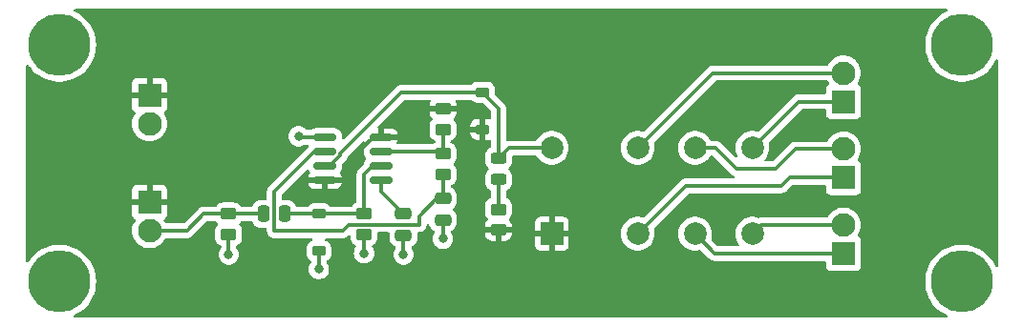
<source format=gtl>
G04 #@! TF.GenerationSoftware,KiCad,Pcbnew,7.0.6-0*
G04 #@! TF.CreationDate,2023-08-27T09:50:28-04:00*
G04 #@! TF.ProjectId,edge triggered monostable,65646765-2074-4726-9967-676572656420,1.0*
G04 #@! TF.SameCoordinates,Original*
G04 #@! TF.FileFunction,Copper,L1,Top*
G04 #@! TF.FilePolarity,Positive*
%FSLAX46Y46*%
G04 Gerber Fmt 4.6, Leading zero omitted, Abs format (unit mm)*
G04 Created by KiCad (PCBNEW 7.0.6-0) date 2023-08-27 09:50:28*
%MOMM*%
%LPD*%
G01*
G04 APERTURE LIST*
G04 Aperture macros list*
%AMRoundRect*
0 Rectangle with rounded corners*
0 $1 Rounding radius*
0 $2 $3 $4 $5 $6 $7 $8 $9 X,Y pos of 4 corners*
0 Add a 4 corners polygon primitive as box body*
4,1,4,$2,$3,$4,$5,$6,$7,$8,$9,$2,$3,0*
0 Add four circle primitives for the rounded corners*
1,1,$1+$1,$2,$3*
1,1,$1+$1,$4,$5*
1,1,$1+$1,$6,$7*
1,1,$1+$1,$8,$9*
0 Add four rect primitives between the rounded corners*
20,1,$1+$1,$2,$3,$4,$5,0*
20,1,$1+$1,$4,$5,$6,$7,0*
20,1,$1+$1,$6,$7,$8,$9,0*
20,1,$1+$1,$8,$9,$2,$3,0*%
G04 Aperture macros list end*
G04 #@! TA.AperFunction,SMDPad,CuDef*
%ADD10RoundRect,0.150000X-0.825000X-0.150000X0.825000X-0.150000X0.825000X0.150000X-0.825000X0.150000X0*%
G04 #@! TD*
G04 #@! TA.AperFunction,ComponentPad*
%ADD11R,2.000000X2.000000*%
G04 #@! TD*
G04 #@! TA.AperFunction,ComponentPad*
%ADD12C,2.000000*%
G04 #@! TD*
G04 #@! TA.AperFunction,ComponentPad*
%ADD13R,2.100000X2.100000*%
G04 #@! TD*
G04 #@! TA.AperFunction,ComponentPad*
%ADD14C,2.100000*%
G04 #@! TD*
G04 #@! TA.AperFunction,WasherPad*
%ADD15C,5.500000*%
G04 #@! TD*
G04 #@! TA.AperFunction,SMDPad,CuDef*
%ADD16RoundRect,0.250000X0.450000X-0.262500X0.450000X0.262500X-0.450000X0.262500X-0.450000X-0.262500X0*%
G04 #@! TD*
G04 #@! TA.AperFunction,SMDPad,CuDef*
%ADD17RoundRect,0.250000X-0.450000X0.262500X-0.450000X-0.262500X0.450000X-0.262500X0.450000X0.262500X0*%
G04 #@! TD*
G04 #@! TA.AperFunction,SMDPad,CuDef*
%ADD18RoundRect,0.243750X-0.456250X0.243750X-0.456250X-0.243750X0.456250X-0.243750X0.456250X0.243750X0*%
G04 #@! TD*
G04 #@! TA.AperFunction,SMDPad,CuDef*
%ADD19RoundRect,0.225000X-0.375000X0.225000X-0.375000X-0.225000X0.375000X-0.225000X0.375000X0.225000X0*%
G04 #@! TD*
G04 #@! TA.AperFunction,SMDPad,CuDef*
%ADD20RoundRect,0.250000X-0.475000X0.250000X-0.475000X-0.250000X0.475000X-0.250000X0.475000X0.250000X0*%
G04 #@! TD*
G04 #@! TA.AperFunction,SMDPad,CuDef*
%ADD21RoundRect,0.225000X0.375000X-0.225000X0.375000X0.225000X-0.375000X0.225000X-0.375000X-0.225000X0*%
G04 #@! TD*
G04 #@! TA.AperFunction,SMDPad,CuDef*
%ADD22RoundRect,0.250000X-0.250000X-0.475000X0.250000X-0.475000X0.250000X0.475000X-0.250000X0.475000X0*%
G04 #@! TD*
G04 #@! TA.AperFunction,ViaPad*
%ADD23C,0.800000*%
G04 #@! TD*
G04 #@! TA.AperFunction,Conductor*
%ADD24C,0.300000*%
G04 #@! TD*
G04 APERTURE END LIST*
D10*
X107550000Y-98190000D03*
X107550000Y-99460000D03*
X107550000Y-100730000D03*
X107550000Y-102000000D03*
X112500000Y-102000000D03*
X112500000Y-100730000D03*
X112500000Y-99460000D03*
X112500000Y-98190000D03*
D11*
X127642500Y-106762500D03*
D12*
X135262500Y-106762500D03*
X140342500Y-106762500D03*
X145422500Y-106762500D03*
X145422500Y-99142500D03*
X140342500Y-99142500D03*
X135262500Y-99142500D03*
X127642500Y-99142500D03*
D13*
X153500000Y-95020000D03*
D14*
X153500000Y-92480000D03*
D13*
X153500000Y-101770000D03*
D14*
X153500000Y-99230000D03*
D13*
X153500000Y-108520000D03*
D14*
X153500000Y-105980000D03*
D13*
X92000000Y-94460000D03*
D14*
X92000000Y-97000000D03*
D13*
X92000000Y-103960000D03*
D14*
X92000000Y-106500000D03*
D15*
X164000000Y-111000000D03*
D16*
X118000000Y-101500000D03*
X118000000Y-99675000D03*
D17*
X118000000Y-95675000D03*
X118000000Y-97500000D03*
D18*
X122937500Y-100062500D03*
X122937500Y-101937500D03*
D15*
X84000000Y-111000000D03*
D16*
X122912500Y-106412500D03*
X122912500Y-104587500D03*
D19*
X107000000Y-105000000D03*
X107000000Y-108300000D03*
D20*
X114500000Y-105000000D03*
X114500000Y-106900000D03*
X118000000Y-103637500D03*
X118000000Y-105537500D03*
D17*
X111000000Y-105000000D03*
X111000000Y-106825000D03*
D15*
X84000000Y-90000000D03*
X164000000Y-90000000D03*
D21*
X121500000Y-97500000D03*
X121500000Y-94200000D03*
D17*
X99000000Y-105000000D03*
X99000000Y-106825000D03*
D22*
X102100000Y-105000000D03*
X104000000Y-105000000D03*
D23*
X118000000Y-107200000D03*
X111000000Y-108500000D03*
X114500000Y-108600000D03*
X99000000Y-108600000D03*
X105200000Y-98100000D03*
X107000000Y-109900000D03*
D24*
X140342500Y-106762500D02*
X142100000Y-108520000D01*
X142100000Y-108520000D02*
X153500000Y-108520000D01*
X145422500Y-106762500D02*
X146205000Y-105980000D01*
X146205000Y-105980000D02*
X153500000Y-105980000D01*
X139525000Y-102500000D02*
X148000000Y-102500000D01*
X135262500Y-106762500D02*
X139525000Y-102500000D01*
X148000000Y-102500000D02*
X148730000Y-101770000D01*
X148730000Y-101770000D02*
X153500000Y-101770000D01*
X140342500Y-99142500D02*
X142142500Y-99142500D01*
X142142500Y-99142500D02*
X144000000Y-101000000D01*
X144000000Y-101000000D02*
X147500000Y-101000000D01*
X147500000Y-101000000D02*
X149270000Y-99230000D01*
X149270000Y-99230000D02*
X153500000Y-99230000D01*
X145422500Y-99142500D02*
X149545000Y-95020000D01*
X149545000Y-95020000D02*
X153500000Y-95020000D01*
X135262500Y-99142500D02*
X141925000Y-92480000D01*
X141925000Y-92480000D02*
X153500000Y-92480000D01*
X118000000Y-103637500D02*
X118000000Y-101500000D01*
X115900000Y-105200000D02*
X117462500Y-103637500D01*
X107550000Y-99460000D02*
X106590000Y-99460000D01*
X106590000Y-99460000D02*
X103050000Y-103000000D01*
X117462500Y-103637500D02*
X118000000Y-103637500D01*
X115900000Y-105950000D02*
X115900000Y-105200000D01*
X103050000Y-106500000D02*
X109100000Y-106500000D01*
X109650000Y-105950000D02*
X115900000Y-105950000D01*
X103050000Y-103000000D02*
X103050000Y-106500000D01*
X109100000Y-106500000D02*
X109650000Y-105950000D01*
X118000000Y-105537500D02*
X118000000Y-107200000D01*
X107000000Y-108300000D02*
X107000000Y-109900000D01*
X107550000Y-98190000D02*
X105290000Y-98190000D01*
X114500000Y-106900000D02*
X114500000Y-108600000D01*
X105290000Y-98190000D02*
X105200000Y-98100000D01*
X111000000Y-106825000D02*
X111000000Y-108500000D01*
X99000000Y-106825000D02*
X99000000Y-108600000D01*
X95300000Y-106500000D02*
X96800000Y-105000000D01*
X92000000Y-106500000D02*
X95300000Y-106500000D01*
X99000000Y-105000000D02*
X102100000Y-105000000D01*
X96800000Y-105000000D02*
X99000000Y-105000000D01*
X111000000Y-101500000D02*
X111770000Y-100730000D01*
X104000000Y-105000000D02*
X111000000Y-105000000D01*
X111770000Y-100730000D02*
X112500000Y-100730000D01*
X111000000Y-105000000D02*
X111000000Y-101500000D01*
X112500000Y-103000000D02*
X112500000Y-102000000D01*
X114500000Y-105000000D02*
X112500000Y-103000000D01*
X110000000Y-102000000D02*
X110000000Y-100000000D01*
X111810000Y-98190000D02*
X112500000Y-98190000D01*
X107550000Y-102000000D02*
X110000000Y-102000000D01*
X110000000Y-100000000D02*
X111810000Y-98190000D01*
X108900000Y-99615330D02*
X114315330Y-94200000D01*
X123857500Y-99142500D02*
X127642500Y-99142500D01*
X122937500Y-95637500D02*
X122937500Y-100062500D01*
X108900000Y-99800000D02*
X108900000Y-99615330D01*
X121500000Y-94200000D02*
X122937500Y-95637500D01*
X122937500Y-100062500D02*
X123857500Y-99142500D01*
X107550000Y-100730000D02*
X107970000Y-100730000D01*
X114315330Y-94200000D02*
X121500000Y-94200000D01*
X107970000Y-100730000D02*
X108900000Y-99800000D01*
X112500000Y-99460000D02*
X117785000Y-99460000D01*
X117785000Y-99460000D02*
X118000000Y-99675000D01*
X118000000Y-99675000D02*
X118000000Y-97500000D01*
X122937500Y-104562500D02*
X122912500Y-104587500D01*
X122937500Y-101937500D02*
X122937500Y-104562500D01*
G04 #@! TA.AperFunction,Conductor*
G36*
X111003635Y-98534153D02*
G01*
X111059568Y-98576025D01*
X111069707Y-98593506D01*
X111069747Y-98593483D01*
X111157314Y-98741552D01*
X111162100Y-98747722D01*
X111159640Y-98749629D01*
X111186210Y-98798288D01*
X111181226Y-98867980D01*
X111160162Y-98900781D01*
X111161699Y-98901974D01*
X111156915Y-98908140D01*
X111073255Y-99049603D01*
X111073254Y-99049606D01*
X111027402Y-99207426D01*
X111027401Y-99207432D01*
X111024500Y-99244304D01*
X111024500Y-99675696D01*
X111027401Y-99712567D01*
X111027402Y-99712573D01*
X111073254Y-99870393D01*
X111073255Y-99870396D01*
X111156917Y-100011862D01*
X111161702Y-100018031D01*
X111159248Y-100019933D01*
X111185844Y-100068578D01*
X111180895Y-100138273D01*
X111160074Y-100170706D01*
X111161702Y-100171969D01*
X111156917Y-100178137D01*
X111073255Y-100319603D01*
X111073254Y-100319606D01*
X111027402Y-100477426D01*
X111027401Y-100477432D01*
X111024565Y-100513473D01*
X110999680Y-100578761D01*
X110988628Y-100591424D01*
X110600483Y-100979569D01*
X110587910Y-100989643D01*
X110588065Y-100989830D01*
X110582059Y-100994798D01*
X110562739Y-101015372D01*
X110532809Y-101047244D01*
X110521949Y-101058104D01*
X110511088Y-101068965D01*
X110511078Y-101068977D01*
X110506587Y-101074765D01*
X110502801Y-101079197D01*
X110469552Y-101114606D01*
X110459322Y-101133213D01*
X110448646Y-101149464D01*
X110435640Y-101166232D01*
X110435636Y-101166238D01*
X110416348Y-101210811D01*
X110413777Y-101216058D01*
X110390372Y-101258630D01*
X110390372Y-101258631D01*
X110385091Y-101279199D01*
X110378791Y-101297601D01*
X110370364Y-101317073D01*
X110362766Y-101365047D01*
X110361581Y-101370769D01*
X110349500Y-101417822D01*
X110349499Y-101417829D01*
X110349499Y-101439047D01*
X110347973Y-101458436D01*
X110346587Y-101467190D01*
X110344653Y-101479405D01*
X110345976Y-101493405D01*
X110349225Y-101527767D01*
X110349500Y-101533606D01*
X110349500Y-103923767D01*
X110329815Y-103990806D01*
X110277011Y-104036561D01*
X110264506Y-104041472D01*
X110230671Y-104052684D01*
X110230663Y-104052687D01*
X110081342Y-104144789D01*
X109957288Y-104268843D01*
X109957285Y-104268847D01*
X109943870Y-104290597D01*
X109891922Y-104337322D01*
X109838332Y-104349500D01*
X108026874Y-104349500D01*
X107959835Y-104329815D01*
X107939193Y-104313181D01*
X107828044Y-104202032D01*
X107828040Y-104202029D01*
X107683705Y-104113001D01*
X107683699Y-104112998D01*
X107683697Y-104112997D01*
X107683694Y-104112996D01*
X107522709Y-104059651D01*
X107423346Y-104049500D01*
X106576662Y-104049500D01*
X106576644Y-104049501D01*
X106477292Y-104059650D01*
X106477289Y-104059651D01*
X106316305Y-104112996D01*
X106316294Y-104113001D01*
X106171959Y-104202029D01*
X106171955Y-104202032D01*
X106060807Y-104313181D01*
X105999484Y-104346666D01*
X105973126Y-104349500D01*
X105072017Y-104349500D01*
X105004978Y-104329815D01*
X104959223Y-104277011D01*
X104954311Y-104264505D01*
X104934814Y-104205666D01*
X104842712Y-104056344D01*
X104718656Y-103932288D01*
X104625888Y-103875069D01*
X104569336Y-103840187D01*
X104569331Y-103840185D01*
X104567862Y-103839698D01*
X104402797Y-103785001D01*
X104402795Y-103785000D01*
X104300016Y-103774500D01*
X104300009Y-103774500D01*
X103824500Y-103774500D01*
X103757461Y-103754815D01*
X103711706Y-103702011D01*
X103700500Y-103650500D01*
X103700500Y-103320808D01*
X103720185Y-103253769D01*
X103736819Y-103233127D01*
X104719945Y-102250001D01*
X106077704Y-102250001D01*
X106077899Y-102252486D01*
X106123718Y-102410198D01*
X106207314Y-102551552D01*
X106207321Y-102551561D01*
X106323438Y-102667678D01*
X106323447Y-102667685D01*
X106464803Y-102751282D01*
X106464806Y-102751283D01*
X106622504Y-102797099D01*
X106622510Y-102797100D01*
X106659356Y-102800000D01*
X107300000Y-102800000D01*
X107300000Y-102799999D01*
X107799999Y-102799999D01*
X107800000Y-102800000D01*
X108440644Y-102800000D01*
X108477489Y-102797100D01*
X108477495Y-102797099D01*
X108635193Y-102751283D01*
X108635196Y-102751282D01*
X108776552Y-102667685D01*
X108776561Y-102667678D01*
X108892678Y-102551561D01*
X108892685Y-102551552D01*
X108976281Y-102410198D01*
X109022100Y-102252486D01*
X109022295Y-102250001D01*
X109022295Y-102250000D01*
X107800000Y-102250000D01*
X107799999Y-102799999D01*
X107300000Y-102799999D01*
X107300000Y-102250000D01*
X106077705Y-102250000D01*
X106077704Y-102250001D01*
X104719945Y-102250001D01*
X104754252Y-102215694D01*
X105908876Y-101061069D01*
X105970197Y-101027586D01*
X106039889Y-101032570D01*
X106095822Y-101074442D01*
X106115631Y-101114155D01*
X106123255Y-101140396D01*
X106123256Y-101140398D01*
X106138538Y-101166238D01*
X106206917Y-101281862D01*
X106211702Y-101288031D01*
X106209369Y-101289840D01*
X106236210Y-101338995D01*
X106231226Y-101408687D01*
X106210470Y-101441021D01*
X106212097Y-101442283D01*
X106207313Y-101448449D01*
X106123718Y-101589801D01*
X106077899Y-101747513D01*
X106077704Y-101749998D01*
X106077705Y-101750000D01*
X109022295Y-101750000D01*
X109022295Y-101749998D01*
X109022100Y-101747513D01*
X108976281Y-101589801D01*
X108892685Y-101448447D01*
X108887900Y-101442278D01*
X108890366Y-101440364D01*
X108863802Y-101391776D01*
X108868749Y-101322082D01*
X108889856Y-101289232D01*
X108888301Y-101288026D01*
X108893077Y-101281868D01*
X108893081Y-101281865D01*
X108976744Y-101140398D01*
X109019045Y-100994798D01*
X109022597Y-100982573D01*
X109022598Y-100982567D01*
X109025500Y-100945696D01*
X109025500Y-100645807D01*
X109045185Y-100578768D01*
X109061815Y-100558130D01*
X109299513Y-100320431D01*
X109312079Y-100310365D01*
X109311925Y-100310178D01*
X109317937Y-100305204D01*
X109317937Y-100305203D01*
X109317940Y-100305202D01*
X109367190Y-100252755D01*
X109388912Y-100231034D01*
X109393402Y-100225244D01*
X109397184Y-100220814D01*
X109430448Y-100185393D01*
X109440674Y-100166789D01*
X109451347Y-100150541D01*
X109464363Y-100133763D01*
X109483651Y-100089187D01*
X109486224Y-100083936D01*
X109495380Y-100067282D01*
X109509627Y-100041368D01*
X109514904Y-100020808D01*
X109521206Y-100002403D01*
X109529636Y-99982926D01*
X109537238Y-99934920D01*
X109538414Y-99929242D01*
X109541167Y-99918522D01*
X109573586Y-99861688D01*
X110872622Y-98562652D01*
X110933943Y-98529169D01*
X111003635Y-98534153D01*
G37*
G04 #@! TD.AperFunction*
G04 #@! TA.AperFunction,Conductor*
G36*
X162677977Y-86820185D02*
G01*
X162723732Y-86872989D01*
X162733676Y-86942147D01*
X162704651Y-87005703D01*
X162663004Y-87037039D01*
X162475210Y-87123921D01*
X162475197Y-87123928D01*
X162173184Y-87305644D01*
X161892589Y-87518946D01*
X161892580Y-87518954D01*
X161636685Y-87761350D01*
X161408505Y-88029983D01*
X161408498Y-88029993D01*
X161210695Y-88321730D01*
X161045597Y-88633137D01*
X161045588Y-88633155D01*
X160915127Y-88960589D01*
X160915126Y-88960591D01*
X160820834Y-89300203D01*
X160820833Y-89300206D01*
X160763808Y-89648045D01*
X160744726Y-89999997D01*
X160744726Y-90000002D01*
X160763808Y-90351954D01*
X160820833Y-90699793D01*
X160820834Y-90699796D01*
X160915126Y-91039408D01*
X160915127Y-91039410D01*
X161045588Y-91366844D01*
X161045597Y-91366862D01*
X161052690Y-91380241D01*
X161210695Y-91678269D01*
X161403015Y-91961920D01*
X161408498Y-91970006D01*
X161408505Y-91970016D01*
X161635028Y-92236698D01*
X161636686Y-92238650D01*
X161892580Y-92481046D01*
X162173182Y-92694354D01*
X162475202Y-92876074D01*
X162475206Y-92876075D01*
X162475210Y-92876078D01*
X162795088Y-93024070D01*
X162795092Y-93024070D01*
X162795099Y-93024074D01*
X163129122Y-93136619D01*
X163473355Y-93212391D01*
X163823763Y-93250500D01*
X163823769Y-93250500D01*
X164176231Y-93250500D01*
X164176237Y-93250500D01*
X164526645Y-93212391D01*
X164870878Y-93136619D01*
X165204901Y-93024074D01*
X165204908Y-93024070D01*
X165204911Y-93024070D01*
X165524789Y-92876078D01*
X165524798Y-92876074D01*
X165826818Y-92694354D01*
X166107420Y-92481046D01*
X166363314Y-92238650D01*
X166591501Y-91970008D01*
X166789305Y-91678269D01*
X166954407Y-91366854D01*
X166954410Y-91366844D01*
X166954414Y-91366838D01*
X166960307Y-91352048D01*
X167003406Y-91297055D01*
X167069396Y-91274094D01*
X167137323Y-91290455D01*
X167185622Y-91340942D01*
X167199500Y-91397944D01*
X167199500Y-109602055D01*
X167179815Y-109669094D01*
X167127011Y-109714849D01*
X167057853Y-109724793D01*
X166994297Y-109695768D01*
X166960307Y-109647953D01*
X166958107Y-109642434D01*
X166954407Y-109633146D01*
X166789305Y-109321731D01*
X166591501Y-109029992D01*
X166591497Y-109029987D01*
X166591494Y-109029983D01*
X166363314Y-108761350D01*
X166286153Y-108688259D01*
X166107420Y-108518954D01*
X166107413Y-108518948D01*
X166107410Y-108518946D01*
X165942791Y-108393806D01*
X165826818Y-108305646D01*
X165755109Y-108262500D01*
X165524802Y-108123928D01*
X165524789Y-108123921D01*
X165204911Y-107975929D01*
X165204906Y-107975928D01*
X165204903Y-107975927D01*
X165204901Y-107975926D01*
X165060551Y-107927289D01*
X164870880Y-107863381D01*
X164526643Y-107787608D01*
X164176238Y-107749500D01*
X164176237Y-107749500D01*
X163823763Y-107749500D01*
X163823761Y-107749500D01*
X163473356Y-107787608D01*
X163129119Y-107863381D01*
X162795093Y-107975928D01*
X162795088Y-107975929D01*
X162475210Y-108123921D01*
X162475197Y-108123928D01*
X162173184Y-108305644D01*
X161892589Y-108518946D01*
X161892580Y-108518954D01*
X161636685Y-108761350D01*
X161408505Y-109029983D01*
X161408498Y-109029993D01*
X161210695Y-109321730D01*
X161045597Y-109633137D01*
X161045588Y-109633155D01*
X160915127Y-109960589D01*
X160915126Y-109960591D01*
X160820834Y-110300203D01*
X160820833Y-110300206D01*
X160763808Y-110648045D01*
X160744726Y-110999997D01*
X160744726Y-111000002D01*
X160763808Y-111351954D01*
X160820833Y-111699793D01*
X160820834Y-111699796D01*
X160915126Y-112039408D01*
X160915127Y-112039410D01*
X161045588Y-112366844D01*
X161045597Y-112366862D01*
X161062076Y-112397944D01*
X161210695Y-112678269D01*
X161324314Y-112845845D01*
X161408498Y-112970006D01*
X161408505Y-112970016D01*
X161636685Y-113238649D01*
X161636686Y-113238650D01*
X161892580Y-113481046D01*
X162173182Y-113694354D01*
X162475202Y-113876074D01*
X162475206Y-113876075D01*
X162475210Y-113876078D01*
X162663004Y-113962961D01*
X162715582Y-114008975D01*
X162734936Y-114076111D01*
X162714922Y-114143052D01*
X162661893Y-114188547D01*
X162610938Y-114199500D01*
X85389062Y-114199500D01*
X85322023Y-114179815D01*
X85276268Y-114127011D01*
X85266324Y-114057853D01*
X85295349Y-113994297D01*
X85336996Y-113962961D01*
X85524789Y-113876078D01*
X85524798Y-113876074D01*
X85826818Y-113694354D01*
X86107420Y-113481046D01*
X86363314Y-113238650D01*
X86591501Y-112970008D01*
X86789305Y-112678269D01*
X86954407Y-112366854D01*
X87084871Y-112039414D01*
X87179168Y-111699788D01*
X87236191Y-111351957D01*
X87255274Y-111000000D01*
X87236191Y-110648043D01*
X87179168Y-110300212D01*
X87136704Y-110147271D01*
X87084873Y-109960591D01*
X87084872Y-109960589D01*
X86954411Y-109633155D01*
X86954402Y-109633137D01*
X86946305Y-109617864D01*
X86789305Y-109321731D01*
X86591501Y-109029992D01*
X86591497Y-109029987D01*
X86591494Y-109029983D01*
X86363314Y-108761350D01*
X86286153Y-108688259D01*
X86107420Y-108518954D01*
X86107413Y-108518948D01*
X86107410Y-108518946D01*
X85942791Y-108393806D01*
X85826818Y-108305646D01*
X85755109Y-108262500D01*
X85524802Y-108123928D01*
X85524789Y-108123921D01*
X85204911Y-107975929D01*
X85204906Y-107975928D01*
X85204903Y-107975927D01*
X85204901Y-107975926D01*
X85060551Y-107927289D01*
X84870880Y-107863381D01*
X84526643Y-107787608D01*
X84176238Y-107749500D01*
X84176237Y-107749500D01*
X83823763Y-107749500D01*
X83823761Y-107749500D01*
X83473356Y-107787608D01*
X83129119Y-107863381D01*
X82795093Y-107975928D01*
X82795088Y-107975929D01*
X82475210Y-108123921D01*
X82475197Y-108123928D01*
X82173184Y-108305644D01*
X81892589Y-108518946D01*
X81892580Y-108518954D01*
X81636685Y-108761350D01*
X81408505Y-109029983D01*
X81408498Y-109029993D01*
X81277133Y-109223742D01*
X81223219Y-109268183D01*
X81153837Y-109276421D01*
X81091015Y-109245840D01*
X81054699Y-109186150D01*
X81050500Y-109154155D01*
X81050500Y-106500000D01*
X90444706Y-106500000D01*
X90463853Y-106743297D01*
X90463853Y-106743300D01*
X90463854Y-106743302D01*
X90513199Y-106948837D01*
X90520830Y-106980619D01*
X90614222Y-107206089D01*
X90741737Y-107414173D01*
X90741738Y-107414176D01*
X90748529Y-107422127D01*
X90900241Y-107599759D01*
X91002721Y-107687285D01*
X91085823Y-107758261D01*
X91085826Y-107758262D01*
X91293910Y-107885777D01*
X91475347Y-107960930D01*
X91513364Y-107976677D01*
X91519381Y-107979169D01*
X91519378Y-107979169D01*
X91519384Y-107979170D01*
X91519388Y-107979172D01*
X91756698Y-108036146D01*
X92000000Y-108055294D01*
X92243302Y-108036146D01*
X92480612Y-107979172D01*
X92706089Y-107885777D01*
X92914179Y-107758259D01*
X93099759Y-107599759D01*
X93258259Y-107414179D01*
X93383558Y-107209709D01*
X93435369Y-107162835D01*
X93489285Y-107150500D01*
X95214495Y-107150500D01*
X95230505Y-107152267D01*
X95230528Y-107152026D01*
X95238289Y-107152758D01*
X95238296Y-107152760D01*
X95310203Y-107150500D01*
X95340925Y-107150500D01*
X95348190Y-107149581D01*
X95354016Y-107149122D01*
X95402569Y-107147597D01*
X95422956Y-107141673D01*
X95441996Y-107137731D01*
X95463058Y-107135071D01*
X95508235Y-107117183D01*
X95513735Y-107115300D01*
X95560398Y-107101744D01*
X95578665Y-107090939D01*
X95596136Y-107082380D01*
X95615871Y-107074568D01*
X95655177Y-107046010D01*
X95660043Y-107042813D01*
X95701865Y-107018081D01*
X95716870Y-107003075D01*
X95731668Y-106990436D01*
X95732929Y-106989520D01*
X95748837Y-106977963D01*
X95779809Y-106940522D01*
X95783713Y-106936231D01*
X97033126Y-105686819D01*
X97094450Y-105653334D01*
X97120808Y-105650500D01*
X97838332Y-105650500D01*
X97905371Y-105670185D01*
X97943870Y-105709403D01*
X97957284Y-105731151D01*
X97957286Y-105731153D01*
X97957288Y-105731156D01*
X98050953Y-105824821D01*
X98084436Y-105886140D01*
X98079452Y-105955832D01*
X98050952Y-106000180D01*
X97957287Y-106093845D01*
X97865187Y-106243163D01*
X97865185Y-106243168D01*
X97859627Y-106259942D01*
X97810001Y-106409703D01*
X97810001Y-106409704D01*
X97810000Y-106409704D01*
X97799500Y-106512483D01*
X97799500Y-107137501D01*
X97799501Y-107137519D01*
X97810000Y-107240296D01*
X97810001Y-107240299D01*
X97865185Y-107406831D01*
X97865187Y-107406836D01*
X97876390Y-107424999D01*
X97957288Y-107556156D01*
X98081344Y-107680212D01*
X98230666Y-107772314D01*
X98264500Y-107783525D01*
X98321947Y-107823296D01*
X98348772Y-107887811D01*
X98349500Y-107901232D01*
X98349500Y-107929078D01*
X98329815Y-107996117D01*
X98317650Y-108012050D01*
X98267466Y-108067785D01*
X98172821Y-108231715D01*
X98172818Y-108231722D01*
X98114327Y-108411740D01*
X98114326Y-108411744D01*
X98094540Y-108600000D01*
X98114326Y-108788256D01*
X98114327Y-108788259D01*
X98172818Y-108968277D01*
X98172821Y-108968284D01*
X98267467Y-109132216D01*
X98349878Y-109223742D01*
X98394129Y-109272888D01*
X98547265Y-109384148D01*
X98547270Y-109384151D01*
X98720192Y-109461142D01*
X98720197Y-109461144D01*
X98905354Y-109500500D01*
X98905355Y-109500500D01*
X99094644Y-109500500D01*
X99094646Y-109500500D01*
X99279803Y-109461144D01*
X99452730Y-109384151D01*
X99605871Y-109272888D01*
X99732533Y-109132216D01*
X99827179Y-108968284D01*
X99885674Y-108788256D01*
X99905460Y-108600000D01*
X99885674Y-108411744D01*
X99827179Y-108231716D01*
X99732533Y-108067784D01*
X99682350Y-108012050D01*
X99652120Y-107949058D01*
X99650500Y-107929078D01*
X99650500Y-107901232D01*
X99670185Y-107834193D01*
X99722989Y-107788438D01*
X99735495Y-107783526D01*
X99769334Y-107772314D01*
X99918656Y-107680212D01*
X100042712Y-107556156D01*
X100134814Y-107406834D01*
X100189999Y-107240297D01*
X100200500Y-107137509D01*
X100200499Y-106512492D01*
X100197433Y-106482481D01*
X100189999Y-106409703D01*
X100189998Y-106409700D01*
X100180785Y-106381897D01*
X100134814Y-106243166D01*
X100042712Y-106093844D01*
X99949048Y-106000180D01*
X99915564Y-105938856D01*
X99920548Y-105869165D01*
X99949045Y-105824822D01*
X100042712Y-105731156D01*
X100044256Y-105728652D01*
X100056130Y-105709403D01*
X100108078Y-105662678D01*
X100161668Y-105650500D01*
X101027983Y-105650500D01*
X101095022Y-105670185D01*
X101140777Y-105722989D01*
X101145686Y-105735489D01*
X101165046Y-105793911D01*
X101165186Y-105794333D01*
X101165187Y-105794336D01*
X101187728Y-105830880D01*
X101257288Y-105943656D01*
X101381344Y-106067712D01*
X101530666Y-106159814D01*
X101697203Y-106214999D01*
X101799991Y-106225500D01*
X102275500Y-106225499D01*
X102342539Y-106245183D01*
X102388294Y-106297987D01*
X102399500Y-106349499D01*
X102399500Y-106426789D01*
X102397304Y-106450020D01*
X102395624Y-106458826D01*
X102395624Y-106458830D01*
X102399378Y-106518507D01*
X102399500Y-106522380D01*
X102399500Y-106540929D01*
X102401823Y-106559327D01*
X102402189Y-106563199D01*
X102404775Y-106604278D01*
X102405944Y-106622860D01*
X102408426Y-106630500D01*
X102408714Y-106631384D01*
X102413805Y-106654159D01*
X102414928Y-106663053D01*
X102414930Y-106663061D01*
X102436937Y-106718649D01*
X102438256Y-106722311D01*
X102456731Y-106779169D01*
X102456733Y-106779174D01*
X102461534Y-106786738D01*
X102472129Y-106807530D01*
X102475432Y-106815871D01*
X102475436Y-106815878D01*
X102510579Y-106864248D01*
X102512758Y-106867454D01*
X102514918Y-106870857D01*
X102544797Y-106917939D01*
X102551332Y-106924076D01*
X102566761Y-106941577D01*
X102572033Y-106948833D01*
X102572035Y-106948835D01*
X102572036Y-106948836D01*
X102572037Y-106948837D01*
X102618118Y-106986959D01*
X102621022Y-106989520D01*
X102625920Y-106994119D01*
X102664607Y-107030448D01*
X102664611Y-107030450D01*
X102664612Y-107030451D01*
X102672459Y-107034765D01*
X102691763Y-107047883D01*
X102698674Y-107053600D01*
X102698675Y-107053601D01*
X102715654Y-107061590D01*
X102752785Y-107079063D01*
X102756213Y-107080809D01*
X102808632Y-107109627D01*
X102817321Y-107111858D01*
X102839271Y-107119760D01*
X102847387Y-107123579D01*
X102906131Y-107134784D01*
X102909875Y-107135621D01*
X102967823Y-107150500D01*
X102976790Y-107150500D01*
X103000022Y-107152696D01*
X103001706Y-107153017D01*
X103008830Y-107154376D01*
X103068508Y-107150621D01*
X103072381Y-107150500D01*
X106340043Y-107150500D01*
X106407082Y-107170185D01*
X106452837Y-107222989D01*
X106462781Y-107292147D01*
X106433756Y-107355703D01*
X106379047Y-107392206D01*
X106316305Y-107412996D01*
X106316294Y-107413001D01*
X106171959Y-107502029D01*
X106171955Y-107502032D01*
X106052032Y-107621955D01*
X106052029Y-107621959D01*
X105963001Y-107766294D01*
X105962996Y-107766305D01*
X105909651Y-107927290D01*
X105899500Y-108026647D01*
X105899500Y-108573337D01*
X105899501Y-108573355D01*
X105909650Y-108672707D01*
X105909651Y-108672710D01*
X105962996Y-108833694D01*
X105963001Y-108833705D01*
X106052029Y-108978040D01*
X106052032Y-108978044D01*
X106171956Y-109097968D01*
X106263038Y-109154148D01*
X106309762Y-109206095D01*
X106320983Y-109275058D01*
X106293140Y-109339140D01*
X106290091Y-109342657D01*
X106267466Y-109367785D01*
X106172821Y-109531715D01*
X106172818Y-109531722D01*
X106125458Y-109677482D01*
X106114326Y-109711744D01*
X106094540Y-109900000D01*
X106114326Y-110088256D01*
X106114327Y-110088259D01*
X106172818Y-110268277D01*
X106172821Y-110268284D01*
X106267467Y-110432216D01*
X106394129Y-110572888D01*
X106547265Y-110684148D01*
X106547270Y-110684151D01*
X106720192Y-110761142D01*
X106720197Y-110761144D01*
X106905354Y-110800500D01*
X106905355Y-110800500D01*
X107094644Y-110800500D01*
X107094646Y-110800500D01*
X107279803Y-110761144D01*
X107452730Y-110684151D01*
X107605871Y-110572888D01*
X107732533Y-110432216D01*
X107827179Y-110268284D01*
X107885674Y-110088256D01*
X107905460Y-109900000D01*
X107885674Y-109711744D01*
X107827179Y-109531716D01*
X107732533Y-109367784D01*
X107709909Y-109342657D01*
X107679680Y-109279668D01*
X107688304Y-109210332D01*
X107733045Y-109156666D01*
X107736905Y-109154183D01*
X107828044Y-109097968D01*
X107947968Y-108978044D01*
X108037003Y-108833697D01*
X108090349Y-108672708D01*
X108100500Y-108573345D01*
X108100499Y-108026656D01*
X108097379Y-107996117D01*
X108090349Y-107927292D01*
X108090348Y-107927289D01*
X108067762Y-107859129D01*
X108037003Y-107766303D01*
X108036999Y-107766297D01*
X108036998Y-107766294D01*
X107947970Y-107621959D01*
X107947967Y-107621955D01*
X107828044Y-107502032D01*
X107828040Y-107502029D01*
X107683705Y-107413001D01*
X107683699Y-107412998D01*
X107683697Y-107412997D01*
X107620952Y-107392205D01*
X107563508Y-107352433D01*
X107536685Y-107287917D01*
X107549000Y-107219142D01*
X107596543Y-107167942D01*
X107659957Y-107150500D01*
X109014495Y-107150500D01*
X109030505Y-107152267D01*
X109030528Y-107152026D01*
X109038289Y-107152758D01*
X109038296Y-107152760D01*
X109110203Y-107150500D01*
X109140925Y-107150500D01*
X109148190Y-107149581D01*
X109154016Y-107149122D01*
X109202569Y-107147597D01*
X109222956Y-107141673D01*
X109241996Y-107137731D01*
X109263058Y-107135071D01*
X109308235Y-107117183D01*
X109313735Y-107115300D01*
X109360398Y-107101744D01*
X109378665Y-107090939D01*
X109396136Y-107082380D01*
X109415871Y-107074568D01*
X109455177Y-107046010D01*
X109460043Y-107042813D01*
X109501865Y-107018081D01*
X109516870Y-107003075D01*
X109531668Y-106990436D01*
X109532929Y-106989520D01*
X109548837Y-106977963D01*
X109579809Y-106940522D01*
X109583723Y-106936221D01*
X109587821Y-106932123D01*
X109649142Y-106898640D01*
X109718834Y-106903624D01*
X109774767Y-106945496D01*
X109799184Y-107010960D01*
X109799500Y-107019805D01*
X109799500Y-107137500D01*
X109799501Y-107137519D01*
X109810000Y-107240296D01*
X109810001Y-107240299D01*
X109865185Y-107406831D01*
X109865187Y-107406836D01*
X109876390Y-107424999D01*
X109957288Y-107556156D01*
X110081344Y-107680212D01*
X110230666Y-107772314D01*
X110230667Y-107772314D01*
X110236813Y-107776105D01*
X110235833Y-107777693D01*
X110281101Y-107817546D01*
X110300257Y-107884738D01*
X110280046Y-107951621D01*
X110268415Y-107966730D01*
X110267469Y-107967779D01*
X110267466Y-107967784D01*
X110172821Y-108131715D01*
X110172818Y-108131722D01*
X110116308Y-108305644D01*
X110114326Y-108311744D01*
X110094540Y-108500000D01*
X110114326Y-108688256D01*
X110114327Y-108688259D01*
X110172818Y-108868277D01*
X110172821Y-108868284D01*
X110267467Y-109032216D01*
X110380445Y-109157690D01*
X110394129Y-109172888D01*
X110547265Y-109284148D01*
X110547270Y-109284151D01*
X110720192Y-109361142D01*
X110720197Y-109361144D01*
X110905354Y-109400500D01*
X110905355Y-109400500D01*
X111094644Y-109400500D01*
X111094646Y-109400500D01*
X111279803Y-109361144D01*
X111452730Y-109284151D01*
X111605871Y-109172888D01*
X111732533Y-109032216D01*
X111827179Y-108868284D01*
X111885674Y-108688256D01*
X111905460Y-108500000D01*
X111885674Y-108311744D01*
X111827179Y-108131716D01*
X111732533Y-107967784D01*
X111731589Y-107966736D01*
X111731235Y-107965997D01*
X111728715Y-107962529D01*
X111729349Y-107962068D01*
X111701359Y-107903749D01*
X111709981Y-107834413D01*
X111754721Y-107780746D01*
X111765649Y-107774585D01*
X111769327Y-107772316D01*
X111769334Y-107772314D01*
X111918656Y-107680212D01*
X112042712Y-107556156D01*
X112134814Y-107406834D01*
X112189999Y-107240297D01*
X112200500Y-107137509D01*
X112200499Y-106724499D01*
X112220183Y-106657461D01*
X112272987Y-106611706D01*
X112324499Y-106600500D01*
X113150500Y-106600500D01*
X113217539Y-106620185D01*
X113263294Y-106672989D01*
X113274500Y-106724500D01*
X113274500Y-107200001D01*
X113274501Y-107200019D01*
X113285000Y-107302796D01*
X113285001Y-107302799D01*
X113319476Y-107406836D01*
X113340186Y-107469334D01*
X113432288Y-107618656D01*
X113556344Y-107742712D01*
X113705016Y-107834413D01*
X113705668Y-107834815D01*
X113719701Y-107839464D01*
X113734724Y-107844442D01*
X113792169Y-107884213D01*
X113818994Y-107948728D01*
X113806681Y-108017504D01*
X113787873Y-108045120D01*
X113767466Y-108067784D01*
X113672821Y-108231715D01*
X113672818Y-108231722D01*
X113614327Y-108411740D01*
X113614326Y-108411744D01*
X113594540Y-108600000D01*
X113614326Y-108788256D01*
X113614327Y-108788259D01*
X113672818Y-108968277D01*
X113672821Y-108968284D01*
X113767467Y-109132216D01*
X113849878Y-109223742D01*
X113894129Y-109272888D01*
X114047265Y-109384148D01*
X114047270Y-109384151D01*
X114220192Y-109461142D01*
X114220197Y-109461144D01*
X114405354Y-109500500D01*
X114405355Y-109500500D01*
X114594644Y-109500500D01*
X114594646Y-109500500D01*
X114779803Y-109461144D01*
X114952730Y-109384151D01*
X115105871Y-109272888D01*
X115232533Y-109132216D01*
X115327179Y-108968284D01*
X115385674Y-108788256D01*
X115405460Y-108600000D01*
X115385674Y-108411744D01*
X115327179Y-108231716D01*
X115232533Y-108067784D01*
X115212126Y-108045120D01*
X115181897Y-107982130D01*
X115190522Y-107912795D01*
X115235263Y-107859129D01*
X115265274Y-107844443D01*
X115294334Y-107834814D01*
X115443656Y-107742712D01*
X115567712Y-107618656D01*
X115659814Y-107469334D01*
X115714999Y-107302797D01*
X115725500Y-107200009D01*
X115725499Y-106728032D01*
X115745183Y-106660994D01*
X115797987Y-106615239D01*
X115851079Y-106605427D01*
X115851044Y-106604866D01*
X115855701Y-106604572D01*
X115857297Y-106604278D01*
X115858816Y-106604373D01*
X115858830Y-106604376D01*
X115918508Y-106600621D01*
X115922381Y-106600500D01*
X115940925Y-106600500D01*
X115959325Y-106598175D01*
X115963185Y-106597810D01*
X116022860Y-106594056D01*
X116027358Y-106592594D01*
X116031382Y-106591287D01*
X116054165Y-106586193D01*
X116063058Y-106585071D01*
X116118664Y-106563054D01*
X116122276Y-106561753D01*
X116179171Y-106543268D01*
X116186737Y-106538465D01*
X116207539Y-106527866D01*
X116215871Y-106524568D01*
X116264268Y-106489404D01*
X116267429Y-106487256D01*
X116317940Y-106455202D01*
X116324069Y-106448674D01*
X116341582Y-106433234D01*
X116348837Y-106427963D01*
X116363945Y-106409700D01*
X116386957Y-106381882D01*
X116389499Y-106378998D01*
X116430448Y-106335393D01*
X116434765Y-106327539D01*
X116447891Y-106308226D01*
X116453600Y-106301326D01*
X116479071Y-106247195D01*
X116480799Y-106243803D01*
X116509627Y-106191368D01*
X116511857Y-106182679D01*
X116519764Y-106160720D01*
X116523579Y-106152612D01*
X116534785Y-106093864D01*
X116535626Y-106090103D01*
X116550500Y-106032177D01*
X116550500Y-106023206D01*
X116552695Y-105999981D01*
X116554376Y-105991170D01*
X116554375Y-105991166D01*
X116555379Y-105985907D01*
X116587277Y-105923743D01*
X116647719Y-105888693D01*
X116717516Y-105891885D01*
X116774507Y-105932305D01*
X116794889Y-105970137D01*
X116840186Y-106106834D01*
X116932288Y-106256156D01*
X117056344Y-106380212D01*
X117205666Y-106472314D01*
X117208905Y-106473387D01*
X117210843Y-106474728D01*
X117212216Y-106475369D01*
X117212106Y-106475603D01*
X117266353Y-106513156D01*
X117293181Y-106577670D01*
X117280871Y-106646446D01*
X117270236Y-106663971D01*
X117267468Y-106667781D01*
X117172821Y-106831715D01*
X117172818Y-106831722D01*
X117114327Y-107011740D01*
X117114326Y-107011744D01*
X117094540Y-107200000D01*
X117114326Y-107388256D01*
X117114327Y-107388259D01*
X117172818Y-107568277D01*
X117172821Y-107568284D01*
X117267467Y-107732216D01*
X117381740Y-107859129D01*
X117394129Y-107872888D01*
X117547265Y-107984148D01*
X117547270Y-107984151D01*
X117720192Y-108061142D01*
X117720197Y-108061144D01*
X117905354Y-108100500D01*
X117905355Y-108100500D01*
X118094644Y-108100500D01*
X118094646Y-108100500D01*
X118279803Y-108061144D01*
X118452730Y-107984151D01*
X118605871Y-107872888D01*
X118662201Y-107810327D01*
X126142499Y-107810327D01*
X126142500Y-107810344D01*
X126148901Y-107869872D01*
X126148903Y-107869879D01*
X126199145Y-108004586D01*
X126199149Y-108004593D01*
X126285309Y-108119687D01*
X126285312Y-108119690D01*
X126400406Y-108205850D01*
X126400413Y-108205854D01*
X126535120Y-108256096D01*
X126535127Y-108256098D01*
X126594655Y-108262499D01*
X126594672Y-108262500D01*
X127392500Y-108262500D01*
X127392500Y-107012500D01*
X126142500Y-107012500D01*
X126142499Y-107810327D01*
X118662201Y-107810327D01*
X118732533Y-107732216D01*
X118827179Y-107568284D01*
X118885674Y-107388256D01*
X118905460Y-107200000D01*
X118885674Y-107011744D01*
X118827179Y-106831716D01*
X118761900Y-106718649D01*
X118732537Y-106667790D01*
X118729776Y-106663991D01*
X118729244Y-106662500D01*
X121712501Y-106662500D01*
X121712501Y-106724986D01*
X121722994Y-106827697D01*
X121778141Y-106994119D01*
X121778143Y-106994124D01*
X121870184Y-107143345D01*
X121994154Y-107267315D01*
X122143375Y-107359356D01*
X122143380Y-107359358D01*
X122309802Y-107414505D01*
X122309809Y-107414506D01*
X122412519Y-107424999D01*
X122662499Y-107424999D01*
X122662500Y-107424998D01*
X122662500Y-106662500D01*
X123162500Y-106662500D01*
X123162500Y-107424999D01*
X123412472Y-107424999D01*
X123412486Y-107424998D01*
X123515197Y-107414505D01*
X123681619Y-107359358D01*
X123681624Y-107359356D01*
X123830845Y-107267315D01*
X123954815Y-107143345D01*
X124046856Y-106994124D01*
X124046858Y-106994119D01*
X124102005Y-106827697D01*
X124102006Y-106827690D01*
X124105673Y-106791802D01*
X127288872Y-106791802D01*
X127317547Y-106905038D01*
X127381436Y-107002827D01*
X127473615Y-107074572D01*
X127584095Y-107112500D01*
X127671505Y-107112500D01*
X127757716Y-107098114D01*
X127860447Y-107042519D01*
X127888081Y-107012500D01*
X127892500Y-107012500D01*
X127892500Y-108262500D01*
X128690328Y-108262500D01*
X128690344Y-108262499D01*
X128749872Y-108256098D01*
X128749879Y-108256096D01*
X128884586Y-108205854D01*
X128884593Y-108205850D01*
X128999687Y-108119690D01*
X128999690Y-108119687D01*
X129085850Y-108004593D01*
X129085854Y-108004586D01*
X129136096Y-107869879D01*
X129136098Y-107869872D01*
X129142499Y-107810344D01*
X129142499Y-107810327D01*
X129142500Y-107012500D01*
X127892500Y-107012500D01*
X127888081Y-107012500D01*
X127939560Y-106956579D01*
X127986482Y-106849608D01*
X127993700Y-106762505D01*
X133756857Y-106762505D01*
X133777390Y-107010312D01*
X133777392Y-107010324D01*
X133838436Y-107251381D01*
X133938326Y-107479106D01*
X134074333Y-107687282D01*
X134074336Y-107687285D01*
X134242756Y-107870238D01*
X134438991Y-108022974D01*
X134438993Y-108022975D01*
X134639928Y-108131716D01*
X134657690Y-108141328D01*
X134892886Y-108222071D01*
X135138165Y-108263000D01*
X135386835Y-108263000D01*
X135632114Y-108222071D01*
X135867310Y-108141328D01*
X136086009Y-108022974D01*
X136282244Y-107870238D01*
X136450664Y-107687285D01*
X136586673Y-107479107D01*
X136686563Y-107251381D01*
X136747608Y-107010321D01*
X136748057Y-107004905D01*
X136768143Y-106762505D01*
X138836857Y-106762505D01*
X138857390Y-107010312D01*
X138857392Y-107010324D01*
X138918436Y-107251381D01*
X139018326Y-107479106D01*
X139154333Y-107687282D01*
X139154336Y-107687285D01*
X139322756Y-107870238D01*
X139518991Y-108022974D01*
X139518993Y-108022975D01*
X139719928Y-108131716D01*
X139737690Y-108141328D01*
X139972886Y-108222071D01*
X140218165Y-108263000D01*
X140466835Y-108263000D01*
X140712114Y-108222071D01*
X140765466Y-108203754D01*
X140835262Y-108200604D01*
X140893409Y-108233355D01*
X141579564Y-108919510D01*
X141589635Y-108932080D01*
X141589822Y-108931926D01*
X141594796Y-108937937D01*
X141594798Y-108937940D01*
X141623345Y-108964748D01*
X141647243Y-108987190D01*
X141668967Y-109008913D01*
X141674757Y-109013405D01*
X141679197Y-109017197D01*
X141708498Y-109044711D01*
X141714607Y-109050448D01*
X141714609Y-109050449D01*
X141733205Y-109060672D01*
X141749470Y-109071357D01*
X141766232Y-109084360D01*
X141766235Y-109084361D01*
X141766236Y-109084362D01*
X141810823Y-109103656D01*
X141816059Y-109106221D01*
X141858632Y-109129627D01*
X141874340Y-109133659D01*
X141879186Y-109134904D01*
X141897598Y-109141207D01*
X141917073Y-109149635D01*
X141965071Y-109157237D01*
X141970740Y-109158411D01*
X142017823Y-109170500D01*
X142039051Y-109170500D01*
X142058448Y-109172026D01*
X142079403Y-109175345D01*
X142079404Y-109175346D01*
X142079404Y-109175345D01*
X142079405Y-109175346D01*
X142127760Y-109170775D01*
X142133599Y-109170500D01*
X151825501Y-109170500D01*
X151892540Y-109190185D01*
X151938295Y-109242989D01*
X151949501Y-109294500D01*
X151949501Y-109617876D01*
X151955908Y-109677483D01*
X152006202Y-109812328D01*
X152006206Y-109812335D01*
X152092452Y-109927544D01*
X152092455Y-109927547D01*
X152207664Y-110013793D01*
X152207671Y-110013797D01*
X152342517Y-110064091D01*
X152342516Y-110064091D01*
X152349444Y-110064835D01*
X152402127Y-110070500D01*
X154597872Y-110070499D01*
X154657483Y-110064091D01*
X154792331Y-110013796D01*
X154907546Y-109927546D01*
X154993796Y-109812331D01*
X155044091Y-109677483D01*
X155050500Y-109617873D01*
X155050499Y-107422128D01*
X155044091Y-107362517D01*
X155039236Y-107349501D01*
X154993797Y-107227671D01*
X154993793Y-107227664D01*
X154907547Y-107112455D01*
X154907544Y-107112452D01*
X154803966Y-107034913D01*
X154762095Y-106978979D01*
X154757111Y-106909288D01*
X154772548Y-106870860D01*
X154885777Y-106686089D01*
X154979172Y-106460612D01*
X155036146Y-106223302D01*
X155055294Y-105980000D01*
X155036146Y-105736698D01*
X154979172Y-105499388D01*
X154968654Y-105473995D01*
X154885777Y-105273910D01*
X154758262Y-105065826D01*
X154758261Y-105065823D01*
X154704433Y-105002799D01*
X154599759Y-104880241D01*
X154442358Y-104745808D01*
X154414176Y-104721738D01*
X154414173Y-104721737D01*
X154206089Y-104594222D01*
X153980618Y-104500830D01*
X153980621Y-104500830D01*
X153848911Y-104469209D01*
X153743302Y-104443854D01*
X153743300Y-104443853D01*
X153743297Y-104443853D01*
X153500000Y-104424706D01*
X153256702Y-104443853D01*
X153256697Y-104443854D01*
X153256698Y-104443854D01*
X153031397Y-104497945D01*
X153019380Y-104500830D01*
X152793910Y-104594222D01*
X152585826Y-104721737D01*
X152585823Y-104721738D01*
X152400241Y-104880241D01*
X152241738Y-105065823D01*
X152241737Y-105065825D01*
X152116442Y-105270290D01*
X152064631Y-105317165D01*
X152010715Y-105329500D01*
X146290504Y-105329500D01*
X146274493Y-105327732D01*
X146274471Y-105327974D01*
X146266704Y-105327240D01*
X146266703Y-105327240D01*
X146194796Y-105329500D01*
X146164075Y-105329500D01*
X146164071Y-105329500D01*
X146164061Y-105329501D01*
X146156793Y-105330419D01*
X146150976Y-105330876D01*
X146102436Y-105332402D01*
X146102425Y-105332404D01*
X146082049Y-105338323D01*
X146063008Y-105342266D01*
X146041953Y-105344926D01*
X146041937Y-105344930D01*
X146025318Y-105351510D01*
X145955739Y-105357883D01*
X145939415Y-105353496D01*
X145792118Y-105302929D01*
X145546835Y-105262000D01*
X145298165Y-105262000D01*
X145052883Y-105302929D01*
X144817697Y-105383669D01*
X144817688Y-105383672D01*
X144598993Y-105502024D01*
X144402757Y-105654761D01*
X144402756Y-105654762D01*
X144402420Y-105655127D01*
X144234333Y-105837717D01*
X144098326Y-106045893D01*
X143998436Y-106273618D01*
X143937392Y-106514675D01*
X143937390Y-106514687D01*
X143916857Y-106762494D01*
X143916857Y-106762505D01*
X143937390Y-107010312D01*
X143937392Y-107010324D01*
X143998436Y-107251381D01*
X144098326Y-107479106D01*
X144228060Y-107677679D01*
X144248247Y-107744568D01*
X144229067Y-107811754D01*
X144176609Y-107857904D01*
X144124251Y-107869500D01*
X142420808Y-107869500D01*
X142353769Y-107849815D01*
X142333127Y-107833181D01*
X141813305Y-107313359D01*
X141779820Y-107252036D01*
X141780779Y-107195239D01*
X141827608Y-107010321D01*
X141828057Y-107004905D01*
X141848143Y-106762505D01*
X141848143Y-106762494D01*
X141827609Y-106514687D01*
X141827607Y-106514675D01*
X141766563Y-106273618D01*
X141666673Y-106045893D01*
X141530666Y-105837717D01*
X141490728Y-105794333D01*
X141362244Y-105654762D01*
X141166009Y-105502026D01*
X141166007Y-105502025D01*
X141166006Y-105502024D01*
X140947311Y-105383672D01*
X140947302Y-105383669D01*
X140712116Y-105302929D01*
X140466835Y-105262000D01*
X140218165Y-105262000D01*
X139972883Y-105302929D01*
X139737697Y-105383669D01*
X139737688Y-105383672D01*
X139518993Y-105502024D01*
X139322757Y-105654761D01*
X139322756Y-105654762D01*
X139322420Y-105655127D01*
X139154333Y-105837717D01*
X139018326Y-106045893D01*
X138918436Y-106273618D01*
X138857392Y-106514675D01*
X138857390Y-106514687D01*
X138836857Y-106762494D01*
X138836857Y-106762505D01*
X136768143Y-106762505D01*
X136768143Y-106762494D01*
X136747609Y-106514687D01*
X136747608Y-106514683D01*
X136747608Y-106514679D01*
X136747222Y-106513156D01*
X136721733Y-106412500D01*
X136700780Y-106329760D01*
X136703404Y-106259942D01*
X136733302Y-106211642D01*
X139758126Y-103186819D01*
X139819450Y-103153334D01*
X139845808Y-103150500D01*
X147914495Y-103150500D01*
X147930505Y-103152267D01*
X147930528Y-103152026D01*
X147938289Y-103152758D01*
X147938296Y-103152760D01*
X148010203Y-103150500D01*
X148040925Y-103150500D01*
X148048190Y-103149581D01*
X148054016Y-103149122D01*
X148102569Y-103147597D01*
X148122956Y-103141673D01*
X148141996Y-103137731D01*
X148163058Y-103135071D01*
X148208235Y-103117183D01*
X148213735Y-103115300D01*
X148260398Y-103101744D01*
X148278665Y-103090939D01*
X148296136Y-103082380D01*
X148315871Y-103074568D01*
X148355177Y-103046010D01*
X148360043Y-103042813D01*
X148401865Y-103018081D01*
X148416870Y-103003075D01*
X148431668Y-102990436D01*
X148448837Y-102977963D01*
X148479809Y-102940522D01*
X148483713Y-102936231D01*
X148963126Y-102456819D01*
X149024450Y-102423334D01*
X149050808Y-102420500D01*
X151825501Y-102420500D01*
X151892540Y-102440185D01*
X151938295Y-102492989D01*
X151949501Y-102544500D01*
X151949501Y-102867876D01*
X151955908Y-102927483D01*
X152006202Y-103062328D01*
X152006206Y-103062335D01*
X152092452Y-103177544D01*
X152092455Y-103177547D01*
X152207664Y-103263793D01*
X152207671Y-103263797D01*
X152342517Y-103314091D01*
X152342516Y-103314091D01*
X152349444Y-103314835D01*
X152402127Y-103320500D01*
X154597872Y-103320499D01*
X154657483Y-103314091D01*
X154792331Y-103263796D01*
X154907546Y-103177546D01*
X154993796Y-103062331D01*
X155044091Y-102927483D01*
X155050500Y-102867873D01*
X155050499Y-100672128D01*
X155044091Y-100612517D01*
X155034760Y-100587500D01*
X154993797Y-100477671D01*
X154993793Y-100477664D01*
X154907547Y-100362455D01*
X154907544Y-100362452D01*
X154803966Y-100284913D01*
X154762095Y-100228979D01*
X154757111Y-100159288D01*
X154772548Y-100120860D01*
X154885777Y-99936089D01*
X154979172Y-99710612D01*
X155036146Y-99473302D01*
X155055294Y-99230000D01*
X155036146Y-98986698D01*
X154979172Y-98749388D01*
X154976521Y-98742988D01*
X154885777Y-98523910D01*
X154758262Y-98315826D01*
X154758261Y-98315823D01*
X154674470Y-98217717D01*
X154599759Y-98130241D01*
X154477063Y-98025449D01*
X154414176Y-97971738D01*
X154414173Y-97971737D01*
X154206089Y-97844222D01*
X153980618Y-97750830D01*
X153980621Y-97750830D01*
X153874992Y-97725470D01*
X153743302Y-97693854D01*
X153743300Y-97693853D01*
X153743297Y-97693853D01*
X153500000Y-97674706D01*
X153256702Y-97693853D01*
X153019380Y-97750830D01*
X152793910Y-97844222D01*
X152585826Y-97971737D01*
X152585823Y-97971738D01*
X152400241Y-98130241D01*
X152241738Y-98315823D01*
X152241737Y-98315825D01*
X152116442Y-98520290D01*
X152064631Y-98567165D01*
X152010715Y-98579500D01*
X149355505Y-98579500D01*
X149339494Y-98577732D01*
X149339472Y-98577974D01*
X149331705Y-98577240D01*
X149331704Y-98577240D01*
X149259797Y-98579500D01*
X149229075Y-98579500D01*
X149229071Y-98579500D01*
X149229061Y-98579501D01*
X149221793Y-98580419D01*
X149215976Y-98580876D01*
X149167436Y-98582402D01*
X149167425Y-98582404D01*
X149147049Y-98588323D01*
X149128008Y-98592266D01*
X149106953Y-98594926D01*
X149106937Y-98594930D01*
X149061771Y-98612812D01*
X149056244Y-98614704D01*
X149009599Y-98628256D01*
X148991327Y-98639062D01*
X148973861Y-98647619D01*
X148954128Y-98655432D01*
X148914830Y-98683983D01*
X148909953Y-98687186D01*
X148896281Y-98695272D01*
X148868132Y-98711920D01*
X148853126Y-98726926D01*
X148838336Y-98739558D01*
X148821167Y-98752032D01*
X148821165Y-98752034D01*
X148790194Y-98789470D01*
X148786262Y-98793791D01*
X147266873Y-100313181D01*
X147205550Y-100346666D01*
X147179192Y-100349500D01*
X146633558Y-100349500D01*
X146566519Y-100329815D01*
X146520764Y-100277011D01*
X146510820Y-100207853D01*
X146539845Y-100144297D01*
X146542306Y-100141541D01*
X146610664Y-100067285D01*
X146746673Y-99859107D01*
X146846563Y-99631381D01*
X146907608Y-99390321D01*
X146907609Y-99390312D01*
X146928143Y-99142505D01*
X146928143Y-99142494D01*
X146907609Y-98894687D01*
X146907608Y-98894683D01*
X146907608Y-98894679D01*
X146860780Y-98709760D01*
X146863404Y-98639942D01*
X146893302Y-98591642D01*
X149778126Y-95706819D01*
X149839450Y-95673334D01*
X149865808Y-95670500D01*
X151825501Y-95670500D01*
X151892540Y-95690185D01*
X151938295Y-95742989D01*
X151949501Y-95794500D01*
X151949501Y-96117876D01*
X151955908Y-96177483D01*
X152006202Y-96312328D01*
X152006206Y-96312335D01*
X152092452Y-96427544D01*
X152092455Y-96427547D01*
X152207664Y-96513793D01*
X152207671Y-96513797D01*
X152342517Y-96564091D01*
X152342516Y-96564091D01*
X152349444Y-96564835D01*
X152402127Y-96570500D01*
X154597872Y-96570499D01*
X154657483Y-96564091D01*
X154792331Y-96513796D01*
X154907546Y-96427546D01*
X154993796Y-96312331D01*
X155044091Y-96177483D01*
X155050500Y-96117873D01*
X155050499Y-93922128D01*
X155044091Y-93862517D01*
X154993796Y-93727669D01*
X154993795Y-93727668D01*
X154993793Y-93727664D01*
X154907547Y-93612455D01*
X154907544Y-93612452D01*
X154803966Y-93534913D01*
X154762095Y-93478979D01*
X154757111Y-93409288D01*
X154772548Y-93370860D01*
X154885777Y-93186089D01*
X154979172Y-92960612D01*
X155036146Y-92723302D01*
X155055294Y-92480000D01*
X155036146Y-92236698D01*
X154979172Y-91999388D01*
X154979169Y-91999380D01*
X154885777Y-91773910D01*
X154758262Y-91565826D01*
X154758261Y-91565823D01*
X154722453Y-91523897D01*
X154599759Y-91380241D01*
X154475477Y-91274094D01*
X154414176Y-91221738D01*
X154414173Y-91221737D01*
X154206089Y-91094222D01*
X153980618Y-91000830D01*
X153980621Y-91000830D01*
X153874992Y-90975470D01*
X153743302Y-90943854D01*
X153743300Y-90943853D01*
X153743297Y-90943853D01*
X153500000Y-90924706D01*
X153256702Y-90943853D01*
X153019380Y-91000830D01*
X152793910Y-91094222D01*
X152585826Y-91221737D01*
X152585823Y-91221738D01*
X152400241Y-91380241D01*
X152241738Y-91565823D01*
X152241737Y-91565825D01*
X152116442Y-91770290D01*
X152064631Y-91817165D01*
X152010715Y-91829500D01*
X142010505Y-91829500D01*
X141994494Y-91827732D01*
X141994472Y-91827974D01*
X141986705Y-91827240D01*
X141986704Y-91827240D01*
X141914797Y-91829500D01*
X141884075Y-91829500D01*
X141884071Y-91829500D01*
X141884061Y-91829501D01*
X141876793Y-91830419D01*
X141870976Y-91830876D01*
X141822436Y-91832402D01*
X141822425Y-91832404D01*
X141802049Y-91838323D01*
X141783008Y-91842266D01*
X141761953Y-91844926D01*
X141761937Y-91844930D01*
X141716771Y-91862812D01*
X141711244Y-91864704D01*
X141664599Y-91878256D01*
X141646327Y-91889062D01*
X141628861Y-91897619D01*
X141609128Y-91905432D01*
X141569830Y-91933983D01*
X141564953Y-91937186D01*
X141551281Y-91945272D01*
X141523132Y-91961920D01*
X141508126Y-91976926D01*
X141493336Y-91989558D01*
X141476167Y-92002032D01*
X141476165Y-92002034D01*
X141445194Y-92039470D01*
X141441262Y-92043791D01*
X135813409Y-97671643D01*
X135752086Y-97705128D01*
X135685467Y-97701244D01*
X135632113Y-97682928D01*
X135386835Y-97642000D01*
X135138165Y-97642000D01*
X134892883Y-97682929D01*
X134657697Y-97763669D01*
X134657688Y-97763672D01*
X134438993Y-97882024D01*
X134242757Y-98034761D01*
X134074333Y-98217717D01*
X133938326Y-98425893D01*
X133838436Y-98653618D01*
X133777392Y-98894675D01*
X133777390Y-98894687D01*
X133756857Y-99142494D01*
X133756857Y-99142505D01*
X133777390Y-99390312D01*
X133777392Y-99390324D01*
X133838436Y-99631381D01*
X133938326Y-99859106D01*
X134074333Y-100067282D01*
X134074336Y-100067285D01*
X134242756Y-100250238D01*
X134438991Y-100402974D01*
X134657690Y-100521328D01*
X134892886Y-100602071D01*
X135138165Y-100643000D01*
X135386835Y-100643000D01*
X135632114Y-100602071D01*
X135867310Y-100521328D01*
X136086009Y-100402974D01*
X136282244Y-100250238D01*
X136450664Y-100067285D01*
X136586673Y-99859107D01*
X136686563Y-99631381D01*
X136747608Y-99390321D01*
X136747609Y-99390312D01*
X136768143Y-99142505D01*
X136768143Y-99142494D01*
X136747609Y-98894687D01*
X136747608Y-98894683D01*
X136747608Y-98894679D01*
X136700780Y-98709760D01*
X136703404Y-98639942D01*
X136733302Y-98591642D01*
X142158126Y-93166819D01*
X142219450Y-93133334D01*
X142245808Y-93130500D01*
X152010715Y-93130500D01*
X152077754Y-93150185D01*
X152116442Y-93189710D01*
X152227449Y-93370857D01*
X152245694Y-93438303D01*
X152224578Y-93504905D01*
X152196034Y-93534913D01*
X152092452Y-93612455D01*
X152006206Y-93727664D01*
X152006202Y-93727671D01*
X151955908Y-93862517D01*
X151949501Y-93922116D01*
X151949501Y-93922123D01*
X151949500Y-93922135D01*
X151949500Y-94245500D01*
X151929815Y-94312539D01*
X151877011Y-94358294D01*
X151825500Y-94369500D01*
X149630504Y-94369500D01*
X149614493Y-94367732D01*
X149614471Y-94367974D01*
X149606704Y-94367240D01*
X149606703Y-94367240D01*
X149534796Y-94369500D01*
X149504075Y-94369500D01*
X149504071Y-94369500D01*
X149504061Y-94369501D01*
X149496793Y-94370419D01*
X149490976Y-94370876D01*
X149442435Y-94372402D01*
X149442424Y-94372404D01*
X149422048Y-94378323D01*
X149403008Y-94382266D01*
X149381947Y-94384927D01*
X149381939Y-94384929D01*
X149336775Y-94402811D01*
X149331247Y-94404703D01*
X149284602Y-94418255D01*
X149266332Y-94429060D01*
X149248863Y-94437618D01*
X149229128Y-94445432D01*
X149229126Y-94445433D01*
X149189839Y-94473977D01*
X149184956Y-94477184D01*
X149143132Y-94501919D01*
X149128126Y-94516926D01*
X149113336Y-94529558D01*
X149096167Y-94542032D01*
X149096165Y-94542034D01*
X149065194Y-94579470D01*
X149061262Y-94583791D01*
X145973409Y-97671643D01*
X145912086Y-97705128D01*
X145845467Y-97701244D01*
X145792113Y-97682928D01*
X145546835Y-97642000D01*
X145298165Y-97642000D01*
X145052883Y-97682929D01*
X144817697Y-97763669D01*
X144817688Y-97763672D01*
X144598993Y-97882024D01*
X144402757Y-98034761D01*
X144234333Y-98217717D01*
X144098326Y-98425893D01*
X143998436Y-98653618D01*
X143937392Y-98894675D01*
X143937390Y-98894687D01*
X143916857Y-99142494D01*
X143916857Y-99142505D01*
X143937390Y-99390312D01*
X143937392Y-99390324D01*
X143998436Y-99631381D01*
X144083125Y-99824451D01*
X144092028Y-99893751D01*
X144062051Y-99956863D01*
X144002711Y-99993750D01*
X143932850Y-99992700D01*
X143881888Y-99961942D01*
X142662934Y-98742988D01*
X142652861Y-98730414D01*
X142652674Y-98730570D01*
X142647701Y-98724559D01*
X142595256Y-98675310D01*
X142573535Y-98653589D01*
X142567740Y-98649094D01*
X142563298Y-98645299D01*
X142527896Y-98612054D01*
X142527888Y-98612048D01*
X142509292Y-98601825D01*
X142493031Y-98591144D01*
X142476263Y-98578137D01*
X142440848Y-98562812D01*
X142431678Y-98558843D01*
X142426456Y-98556286D01*
X142383868Y-98532873D01*
X142383865Y-98532872D01*
X142363301Y-98527592D01*
X142344896Y-98521290D01*
X142325427Y-98512865D01*
X142325421Y-98512863D01*
X142277451Y-98505266D01*
X142271736Y-98504082D01*
X142255272Y-98499855D01*
X142224680Y-98492000D01*
X142224677Y-98492000D01*
X142203455Y-98492000D01*
X142184055Y-98490473D01*
X142163096Y-98487153D01*
X142163095Y-98487153D01*
X142139286Y-98489403D01*
X142114730Y-98491725D01*
X142108892Y-98492000D01*
X141776337Y-98492000D01*
X141709298Y-98472315D01*
X141669938Y-98429884D01*
X141669478Y-98430186D01*
X141667714Y-98427487D01*
X141667286Y-98427025D01*
X141666673Y-98425893D01*
X141530666Y-98217717D01*
X141493853Y-98177728D01*
X141362244Y-98034762D01*
X141166009Y-97882026D01*
X141166007Y-97882025D01*
X141166006Y-97882024D01*
X140947311Y-97763672D01*
X140947302Y-97763669D01*
X140712116Y-97682929D01*
X140466835Y-97642000D01*
X140218165Y-97642000D01*
X139972883Y-97682929D01*
X139737697Y-97763669D01*
X139737688Y-97763672D01*
X139518993Y-97882024D01*
X139322757Y-98034761D01*
X139154333Y-98217717D01*
X139018326Y-98425893D01*
X138918436Y-98653618D01*
X138857392Y-98894675D01*
X138857390Y-98894687D01*
X138836857Y-99142494D01*
X138836857Y-99142505D01*
X138857390Y-99390312D01*
X138857392Y-99390324D01*
X138918436Y-99631381D01*
X139018326Y-99859106D01*
X139154333Y-100067282D01*
X139154336Y-100067285D01*
X139322756Y-100250238D01*
X139518991Y-100402974D01*
X139737690Y-100521328D01*
X139972886Y-100602071D01*
X140218165Y-100643000D01*
X140466835Y-100643000D01*
X140712114Y-100602071D01*
X140947310Y-100521328D01*
X141166009Y-100402974D01*
X141362244Y-100250238D01*
X141530664Y-100067285D01*
X141666673Y-99859107D01*
X141666675Y-99859101D01*
X141667286Y-99857975D01*
X141667657Y-99857601D01*
X141669478Y-99854814D01*
X141670051Y-99855188D01*
X141716509Y-99808388D01*
X141776337Y-99793000D01*
X141821692Y-99793000D01*
X141888731Y-99812685D01*
X141909373Y-99829319D01*
X143479564Y-101399510D01*
X143489635Y-101412080D01*
X143489822Y-101411926D01*
X143494796Y-101417937D01*
X143494798Y-101417940D01*
X143516460Y-101438282D01*
X143547243Y-101467190D01*
X143568966Y-101488912D01*
X143574758Y-101493405D01*
X143579198Y-101497198D01*
X143595260Y-101512280D01*
X143614607Y-101530448D01*
X143633198Y-101540668D01*
X143649463Y-101551352D01*
X143666234Y-101564361D01*
X143666237Y-101564363D01*
X143710827Y-101583658D01*
X143716056Y-101586220D01*
X143758632Y-101609627D01*
X143758640Y-101609629D01*
X143760101Y-101610208D01*
X143761082Y-101610973D01*
X143765470Y-101613386D01*
X143765080Y-101614093D01*
X143815186Y-101653190D01*
X143838288Y-101719130D01*
X143822074Y-101787092D01*
X143771690Y-101835499D01*
X143714452Y-101849500D01*
X139610504Y-101849500D01*
X139594493Y-101847732D01*
X139594471Y-101847974D01*
X139586704Y-101847240D01*
X139586703Y-101847240D01*
X139514796Y-101849500D01*
X139484075Y-101849500D01*
X139484071Y-101849500D01*
X139484061Y-101849501D01*
X139476793Y-101850419D01*
X139470976Y-101850876D01*
X139422435Y-101852402D01*
X139422424Y-101852404D01*
X139402048Y-101858323D01*
X139383008Y-101862266D01*
X139361947Y-101864927D01*
X139361939Y-101864929D01*
X139316775Y-101882811D01*
X139311247Y-101884703D01*
X139264602Y-101898255D01*
X139246332Y-101909060D01*
X139228863Y-101917618D01*
X139209128Y-101925432D01*
X139209126Y-101925433D01*
X139169839Y-101953977D01*
X139164956Y-101957184D01*
X139123132Y-101981919D01*
X139108126Y-101996926D01*
X139093336Y-102009558D01*
X139076167Y-102022032D01*
X139076165Y-102022034D01*
X139045194Y-102059470D01*
X139041262Y-102063791D01*
X135813409Y-105291643D01*
X135752086Y-105325128D01*
X135685467Y-105321244D01*
X135632113Y-105302928D01*
X135386835Y-105262000D01*
X135138165Y-105262000D01*
X134892883Y-105302929D01*
X134657697Y-105383669D01*
X134657688Y-105383672D01*
X134438993Y-105502024D01*
X134242757Y-105654761D01*
X134242756Y-105654762D01*
X134242420Y-105655127D01*
X134074333Y-105837717D01*
X133938326Y-106045893D01*
X133838436Y-106273618D01*
X133777392Y-106514675D01*
X133777390Y-106514687D01*
X133756857Y-106762494D01*
X133756857Y-106762505D01*
X127993700Y-106762505D01*
X127996128Y-106733198D01*
X127967453Y-106619962D01*
X127903564Y-106522173D01*
X127811385Y-106450428D01*
X127700905Y-106412500D01*
X127613495Y-106412500D01*
X127527284Y-106426886D01*
X127424553Y-106482481D01*
X127345440Y-106568421D01*
X127298518Y-106675392D01*
X127288872Y-106791802D01*
X124105673Y-106791802D01*
X124112499Y-106724986D01*
X124112500Y-106724973D01*
X124112500Y-106662500D01*
X123162500Y-106662500D01*
X122662500Y-106662500D01*
X121712501Y-106662500D01*
X118729244Y-106662500D01*
X118706291Y-106598187D01*
X118722110Y-106530132D01*
X118772211Y-106481433D01*
X118791086Y-106473390D01*
X118794334Y-106472314D01*
X118943656Y-106380212D01*
X119067712Y-106256156D01*
X119159814Y-106106834D01*
X119214999Y-105940297D01*
X119225500Y-105837509D01*
X119225499Y-105237492D01*
X119224428Y-105227011D01*
X119214999Y-105134703D01*
X119214998Y-105134700D01*
X119192174Y-105065823D01*
X119159814Y-104968166D01*
X119067712Y-104818844D01*
X118943656Y-104694788D01*
X118940819Y-104693038D01*
X118939283Y-104691330D01*
X118937989Y-104690307D01*
X118938163Y-104690085D01*
X118894096Y-104641094D01*
X118882872Y-104572132D01*
X118910713Y-104508049D01*
X118940817Y-104481962D01*
X118943656Y-104480212D01*
X119067712Y-104356156D01*
X119159814Y-104206834D01*
X119214999Y-104040297D01*
X119225500Y-103937509D01*
X119225499Y-103337492D01*
X119223290Y-103315872D01*
X119214999Y-103234703D01*
X119214998Y-103234700D01*
X119196058Y-103177544D01*
X119159814Y-103068166D01*
X119067712Y-102918844D01*
X118943656Y-102794788D01*
X118794334Y-102702686D01*
X118751715Y-102688563D01*
X118694271Y-102648791D01*
X118667448Y-102584275D01*
X118679763Y-102515499D01*
X118727306Y-102464299D01*
X118751716Y-102453151D01*
X118769334Y-102447314D01*
X118918656Y-102355212D01*
X119042712Y-102231156D01*
X119134814Y-102081834D01*
X119189999Y-101915297D01*
X119200500Y-101812509D01*
X119200499Y-101187492D01*
X119196614Y-101149464D01*
X119189999Y-101084703D01*
X119189998Y-101084700D01*
X119184784Y-101068965D01*
X119134814Y-100918166D01*
X119042712Y-100768844D01*
X118949048Y-100675180D01*
X118915564Y-100613856D01*
X118920548Y-100544165D01*
X118949045Y-100499822D01*
X119042712Y-100406156D01*
X119134814Y-100256834D01*
X119189999Y-100090297D01*
X119200500Y-99987509D01*
X119200499Y-99362492D01*
X119189999Y-99259703D01*
X119134814Y-99093166D01*
X119042712Y-98943844D01*
X118918656Y-98819788D01*
X118825888Y-98762569D01*
X118769336Y-98727687D01*
X118769335Y-98727686D01*
X118769334Y-98727686D01*
X118769328Y-98727684D01*
X118735494Y-98716472D01*
X118678050Y-98676699D01*
X118651228Y-98612183D01*
X118650500Y-98598767D01*
X118650500Y-98576232D01*
X118670185Y-98509193D01*
X118722989Y-98463438D01*
X118735495Y-98458526D01*
X118769334Y-98447314D01*
X118918656Y-98355212D01*
X119042712Y-98231156D01*
X119134814Y-98081834D01*
X119189999Y-97915297D01*
X119200500Y-97812509D01*
X119200500Y-97750000D01*
X120400001Y-97750000D01*
X120400001Y-97773322D01*
X120410144Y-97872607D01*
X120463452Y-98033481D01*
X120463457Y-98033492D01*
X120552424Y-98177728D01*
X120552427Y-98177732D01*
X120672267Y-98297572D01*
X120672271Y-98297575D01*
X120816507Y-98386542D01*
X120816518Y-98386547D01*
X120977393Y-98439855D01*
X121076683Y-98449999D01*
X121249999Y-98449999D01*
X121250000Y-98449998D01*
X121250000Y-97750000D01*
X120400001Y-97750000D01*
X119200500Y-97750000D01*
X119200499Y-97250000D01*
X120400000Y-97250000D01*
X121250000Y-97250000D01*
X121250000Y-97249999D01*
X121249999Y-96550000D01*
X121076693Y-96550000D01*
X121076676Y-96550001D01*
X120977392Y-96560144D01*
X120816518Y-96613452D01*
X120816507Y-96613457D01*
X120672271Y-96702424D01*
X120672267Y-96702427D01*
X120552427Y-96822267D01*
X120552424Y-96822271D01*
X120463457Y-96966507D01*
X120463452Y-96966518D01*
X120410144Y-97127393D01*
X120400000Y-97226677D01*
X120400000Y-97250000D01*
X119200499Y-97250000D01*
X119200499Y-97187492D01*
X119189999Y-97084703D01*
X119134814Y-96918166D01*
X119042712Y-96768844D01*
X118948694Y-96674827D01*
X118915210Y-96613504D01*
X118920194Y-96543812D01*
X118948695Y-96499464D01*
X119042317Y-96405842D01*
X119134356Y-96256624D01*
X119134358Y-96256619D01*
X119189505Y-96090197D01*
X119189506Y-96090190D01*
X119199999Y-95987486D01*
X119200000Y-95987473D01*
X119200000Y-95925000D01*
X116800001Y-95925000D01*
X116800001Y-95987486D01*
X116810494Y-96090197D01*
X116865641Y-96256619D01*
X116865643Y-96256624D01*
X116957684Y-96405845D01*
X117051304Y-96499465D01*
X117084789Y-96560788D01*
X117079805Y-96630480D01*
X117051305Y-96674827D01*
X116957287Y-96768845D01*
X116865187Y-96918163D01*
X116865185Y-96918166D01*
X116865186Y-96918166D01*
X116810001Y-97084703D01*
X116810001Y-97084704D01*
X116810000Y-97084704D01*
X116799500Y-97187483D01*
X116799500Y-97812501D01*
X116799501Y-97812519D01*
X116810000Y-97915296D01*
X116810001Y-97915299D01*
X116865185Y-98081831D01*
X116865187Y-98081836D01*
X116876242Y-98099759D01*
X116957288Y-98231156D01*
X117081344Y-98355212D01*
X117230666Y-98447314D01*
X117230668Y-98447315D01*
X117249110Y-98453425D01*
X117264500Y-98458525D01*
X117321946Y-98498296D01*
X117348771Y-98562812D01*
X117349499Y-98576232D01*
X117349499Y-98598767D01*
X117329814Y-98665806D01*
X117277010Y-98711561D01*
X117264506Y-98716472D01*
X117230669Y-98727684D01*
X117230659Y-98727689D01*
X117127953Y-98791039D01*
X117062857Y-98809500D01*
X114019896Y-98809500D01*
X113952857Y-98789815D01*
X113907102Y-98737011D01*
X113897158Y-98667853D01*
X113913164Y-98622379D01*
X113926281Y-98600198D01*
X113972100Y-98442486D01*
X113972295Y-98440001D01*
X113972295Y-98440000D01*
X112374000Y-98440000D01*
X112306961Y-98420315D01*
X112261206Y-98367511D01*
X112250000Y-98316000D01*
X112250000Y-97390000D01*
X112750000Y-97390000D01*
X112750000Y-97940000D01*
X113972295Y-97940000D01*
X113972295Y-97939998D01*
X113972100Y-97937513D01*
X113926281Y-97779801D01*
X113842685Y-97638447D01*
X113842678Y-97638438D01*
X113726561Y-97522321D01*
X113726552Y-97522314D01*
X113585196Y-97438717D01*
X113585193Y-97438716D01*
X113427495Y-97392900D01*
X113427489Y-97392899D01*
X113390644Y-97390000D01*
X112750000Y-97390000D01*
X112250000Y-97390000D01*
X112235318Y-97375318D01*
X112201833Y-97313995D01*
X112206817Y-97244303D01*
X112235315Y-97199960D01*
X114548456Y-94886819D01*
X114609780Y-94853334D01*
X114636138Y-94850500D01*
X116793276Y-94850500D01*
X116860315Y-94870185D01*
X116906070Y-94922989D01*
X116916014Y-94992147D01*
X116898815Y-95039597D01*
X116865643Y-95093375D01*
X116865641Y-95093380D01*
X116810494Y-95259802D01*
X116810493Y-95259809D01*
X116800000Y-95362513D01*
X116800000Y-95425000D01*
X119199999Y-95425000D01*
X119199999Y-95362528D01*
X119199998Y-95362513D01*
X119189505Y-95259802D01*
X119134358Y-95093380D01*
X119134356Y-95093375D01*
X119101185Y-95039597D01*
X119082745Y-94972205D01*
X119103667Y-94905541D01*
X119157309Y-94860771D01*
X119206724Y-94850500D01*
X120473126Y-94850500D01*
X120540165Y-94870185D01*
X120560807Y-94886819D01*
X120671955Y-94997967D01*
X120671959Y-94997970D01*
X120816294Y-95086998D01*
X120816297Y-95086999D01*
X120816303Y-95087003D01*
X120977292Y-95140349D01*
X121076655Y-95150500D01*
X121479191Y-95150499D01*
X121546230Y-95170183D01*
X121566871Y-95186818D01*
X122250682Y-95870628D01*
X122284166Y-95931949D01*
X122287000Y-95958307D01*
X122287000Y-96476035D01*
X122267315Y-96543074D01*
X122214511Y-96588829D01*
X122145353Y-96598773D01*
X122123996Y-96593741D01*
X122022606Y-96560144D01*
X121923322Y-96550000D01*
X121750000Y-96550000D01*
X121750000Y-98449999D01*
X121923308Y-98449999D01*
X121923322Y-98449998D01*
X122022605Y-98439856D01*
X122123995Y-98406258D01*
X122193823Y-98403856D01*
X122253866Y-98439587D01*
X122285059Y-98502107D01*
X122287000Y-98523964D01*
X122287000Y-99009529D01*
X122267315Y-99076568D01*
X122214511Y-99122323D01*
X122202008Y-99127233D01*
X122188318Y-99131770D01*
X122164571Y-99139639D01*
X122016500Y-99230971D01*
X122016496Y-99230974D01*
X121893474Y-99353996D01*
X121893471Y-99354000D01*
X121802142Y-99502066D01*
X121802137Y-99502077D01*
X121747413Y-99667223D01*
X121737000Y-99769144D01*
X121737000Y-100355855D01*
X121747413Y-100457776D01*
X121802137Y-100622922D01*
X121802142Y-100622933D01*
X121893471Y-100770999D01*
X121893474Y-100771003D01*
X122016496Y-100894025D01*
X122016500Y-100894028D01*
X122017203Y-100894462D01*
X122017583Y-100894885D01*
X122022164Y-100898507D01*
X122021545Y-100899289D01*
X122063928Y-100946410D01*
X122075149Y-101015372D01*
X122047306Y-101079454D01*
X122022044Y-101101342D01*
X122022164Y-101101493D01*
X122018815Y-101104140D01*
X122017203Y-101105538D01*
X122016500Y-101105971D01*
X122016496Y-101105974D01*
X121893474Y-101228996D01*
X121893471Y-101229000D01*
X121802142Y-101377066D01*
X121802137Y-101377077D01*
X121747413Y-101542223D01*
X121737000Y-101644144D01*
X121737000Y-102230855D01*
X121747413Y-102332776D01*
X121802137Y-102497922D01*
X121802142Y-102497933D01*
X121893471Y-102645999D01*
X121893474Y-102646003D01*
X122016496Y-102769025D01*
X122016500Y-102769028D01*
X122164566Y-102860357D01*
X122164569Y-102860358D01*
X122164575Y-102860362D01*
X122202003Y-102872764D01*
X122259448Y-102912537D01*
X122286271Y-102977053D01*
X122286999Y-102990470D01*
X122287000Y-103502983D01*
X122267316Y-103570022D01*
X122214512Y-103615777D01*
X122202010Y-103620686D01*
X122152008Y-103637256D01*
X122143166Y-103640186D01*
X122143163Y-103640187D01*
X121993842Y-103732289D01*
X121869789Y-103856342D01*
X121777687Y-104005663D01*
X121777685Y-104005668D01*
X121760893Y-104056344D01*
X121722501Y-104172203D01*
X121722501Y-104172204D01*
X121722500Y-104172204D01*
X121712000Y-104274983D01*
X121712000Y-104900001D01*
X121712001Y-104900019D01*
X121722500Y-105002796D01*
X121722501Y-105002799D01*
X121759424Y-105114223D01*
X121777686Y-105169334D01*
X121868868Y-105317165D01*
X121869789Y-105318657D01*
X121963804Y-105412672D01*
X121997289Y-105473995D01*
X121992305Y-105543687D01*
X121963805Y-105588034D01*
X121870182Y-105681657D01*
X121778143Y-105830875D01*
X121778141Y-105830880D01*
X121722994Y-105997302D01*
X121722993Y-105997309D01*
X121712500Y-106100013D01*
X121712500Y-106162500D01*
X124112499Y-106162500D01*
X124112499Y-106100028D01*
X124112498Y-106100013D01*
X124102005Y-105997302D01*
X124046858Y-105830880D01*
X124046856Y-105830875D01*
X123975181Y-105714672D01*
X126142499Y-105714672D01*
X126142500Y-106512500D01*
X127392500Y-106512500D01*
X127392500Y-105262500D01*
X127892500Y-105262500D01*
X127892500Y-106512500D01*
X129142500Y-106512500D01*
X129142499Y-105714672D01*
X129142499Y-105714655D01*
X129136098Y-105655127D01*
X129136096Y-105655120D01*
X129085854Y-105520413D01*
X129085850Y-105520406D01*
X128999690Y-105405312D01*
X128999687Y-105405309D01*
X128884593Y-105319149D01*
X128884586Y-105319145D01*
X128749879Y-105268903D01*
X128749872Y-105268901D01*
X128690344Y-105262500D01*
X127892500Y-105262500D01*
X127392500Y-105262500D01*
X126594655Y-105262500D01*
X126535127Y-105268901D01*
X126535120Y-105268903D01*
X126400413Y-105319145D01*
X126400406Y-105319149D01*
X126285312Y-105405309D01*
X126285309Y-105405312D01*
X126199149Y-105520406D01*
X126199145Y-105520413D01*
X126148903Y-105655120D01*
X126148901Y-105655127D01*
X126142500Y-105714655D01*
X126142499Y-105714672D01*
X123975181Y-105714672D01*
X123954815Y-105681654D01*
X123861195Y-105588034D01*
X123827710Y-105526711D01*
X123832694Y-105457019D01*
X123861191Y-105412676D01*
X123955212Y-105318656D01*
X124047314Y-105169334D01*
X124102499Y-105002797D01*
X124113000Y-104900009D01*
X124112999Y-104274992D01*
X124102499Y-104172203D01*
X124047314Y-104005666D01*
X123955212Y-103856344D01*
X123831156Y-103732288D01*
X123681834Y-103640186D01*
X123681833Y-103640185D01*
X123681832Y-103640185D01*
X123672993Y-103637256D01*
X123615549Y-103597482D01*
X123588728Y-103532965D01*
X123588000Y-103519551D01*
X123588000Y-102990470D01*
X123607685Y-102923431D01*
X123660489Y-102877676D01*
X123672993Y-102872765D01*
X123710425Y-102860362D01*
X123858503Y-102769026D01*
X123981526Y-102646003D01*
X124072862Y-102497925D01*
X124127587Y-102332775D01*
X124138000Y-102230848D01*
X124138000Y-101644152D01*
X124127587Y-101542225D01*
X124072862Y-101377075D01*
X124072858Y-101377069D01*
X124072857Y-101377066D01*
X123981528Y-101229000D01*
X123981525Y-101228996D01*
X123858504Y-101105975D01*
X123858503Y-101105974D01*
X123857801Y-101105541D01*
X123857421Y-101105118D01*
X123852836Y-101101493D01*
X123853455Y-101100709D01*
X123811075Y-101053598D01*
X123799849Y-100984636D01*
X123827688Y-100920552D01*
X123852955Y-100898657D01*
X123852836Y-100898507D01*
X123856187Y-100895856D01*
X123857799Y-100894459D01*
X123858503Y-100894026D01*
X123981526Y-100771003D01*
X124072862Y-100622925D01*
X124127587Y-100457775D01*
X124138000Y-100355848D01*
X124138000Y-99916999D01*
X124157685Y-99849961D01*
X124210489Y-99804206D01*
X124262000Y-99793000D01*
X126208663Y-99793000D01*
X126275702Y-99812685D01*
X126315061Y-99855115D01*
X126315522Y-99854814D01*
X126317285Y-99857512D01*
X126317714Y-99857975D01*
X126318326Y-99859106D01*
X126454333Y-100067282D01*
X126454336Y-100067285D01*
X126622756Y-100250238D01*
X126818991Y-100402974D01*
X127037690Y-100521328D01*
X127272886Y-100602071D01*
X127518165Y-100643000D01*
X127766835Y-100643000D01*
X128012114Y-100602071D01*
X128247310Y-100521328D01*
X128466009Y-100402974D01*
X128662244Y-100250238D01*
X128830664Y-100067285D01*
X128966673Y-99859107D01*
X129066563Y-99631381D01*
X129127608Y-99390321D01*
X129127609Y-99390312D01*
X129148143Y-99142505D01*
X129148143Y-99142494D01*
X129127609Y-98894687D01*
X129127607Y-98894675D01*
X129066563Y-98653618D01*
X128966673Y-98425893D01*
X128830666Y-98217717D01*
X128793853Y-98177728D01*
X128662244Y-98034762D01*
X128466009Y-97882026D01*
X128466007Y-97882025D01*
X128466006Y-97882024D01*
X128247311Y-97763672D01*
X128247302Y-97763669D01*
X128012116Y-97682929D01*
X127766835Y-97642000D01*
X127518165Y-97642000D01*
X127272883Y-97682929D01*
X127037697Y-97763669D01*
X127037688Y-97763672D01*
X126818993Y-97882024D01*
X126622757Y-98034761D01*
X126454333Y-98217717D01*
X126318326Y-98425893D01*
X126317714Y-98427025D01*
X126317342Y-98427398D01*
X126315522Y-98430186D01*
X126314948Y-98429811D01*
X126268491Y-98476612D01*
X126208663Y-98492000D01*
X123943004Y-98492000D01*
X123926993Y-98490232D01*
X123926971Y-98490474D01*
X123919204Y-98489740D01*
X123919203Y-98489740D01*
X123847296Y-98492000D01*
X123816575Y-98492000D01*
X123816571Y-98492000D01*
X123816561Y-98492001D01*
X123809293Y-98492919D01*
X123803476Y-98493376D01*
X123754935Y-98494902D01*
X123754931Y-98494902D01*
X123754930Y-98494903D01*
X123746585Y-98497326D01*
X123676717Y-98497123D01*
X123618050Y-98459177D01*
X123589210Y-98395537D01*
X123587999Y-98378261D01*
X123587999Y-95723009D01*
X123589767Y-95706994D01*
X123589525Y-95706972D01*
X123590258Y-95699212D01*
X123590260Y-95699204D01*
X123588000Y-95627296D01*
X123588000Y-95596575D01*
X123587079Y-95589288D01*
X123586622Y-95583479D01*
X123585097Y-95534931D01*
X123579176Y-95514553D01*
X123575231Y-95495504D01*
X123572571Y-95474442D01*
X123554685Y-95429269D01*
X123552796Y-95423749D01*
X123539243Y-95377100D01*
X123528440Y-95358834D01*
X123519878Y-95341356D01*
X123512068Y-95321629D01*
X123512065Y-95321625D01*
X123483514Y-95282327D01*
X123480311Y-95277451D01*
X123455581Y-95235635D01*
X123455579Y-95235633D01*
X123455578Y-95235631D01*
X123440575Y-95220629D01*
X123427935Y-95205830D01*
X123415461Y-95188660D01*
X123378028Y-95157694D01*
X123373706Y-95153760D01*
X122636818Y-94416872D01*
X122603333Y-94355549D01*
X122600499Y-94329191D01*
X122600499Y-94139844D01*
X122600499Y-93926656D01*
X122600372Y-93925416D01*
X122590349Y-93827292D01*
X122590348Y-93827289D01*
X122557337Y-93727669D01*
X122537003Y-93666303D01*
X122536999Y-93666297D01*
X122536998Y-93666294D01*
X122447970Y-93521959D01*
X122447967Y-93521955D01*
X122328044Y-93402032D01*
X122328040Y-93402029D01*
X122183705Y-93313001D01*
X122183699Y-93312998D01*
X122183697Y-93312997D01*
X122152381Y-93302620D01*
X122022709Y-93259651D01*
X121923346Y-93249500D01*
X121076662Y-93249500D01*
X121076644Y-93249501D01*
X120977292Y-93259650D01*
X120977289Y-93259651D01*
X120816305Y-93312996D01*
X120816294Y-93313001D01*
X120671959Y-93402029D01*
X120671955Y-93402032D01*
X120560807Y-93513181D01*
X120499484Y-93546666D01*
X120473126Y-93549500D01*
X114400834Y-93549500D01*
X114384823Y-93547732D01*
X114384801Y-93547974D01*
X114377034Y-93547240D01*
X114377033Y-93547240D01*
X114305126Y-93549500D01*
X114274405Y-93549500D01*
X114274401Y-93549500D01*
X114274391Y-93549501D01*
X114267123Y-93550419D01*
X114261306Y-93550876D01*
X114212766Y-93552402D01*
X114212755Y-93552404D01*
X114192379Y-93558323D01*
X114173338Y-93562266D01*
X114152283Y-93564926D01*
X114152267Y-93564930D01*
X114107106Y-93582810D01*
X114101580Y-93584702D01*
X114054932Y-93598255D01*
X114036662Y-93609060D01*
X114019193Y-93617618D01*
X113999458Y-93625432D01*
X113999456Y-93625433D01*
X113960169Y-93653977D01*
X113955286Y-93657184D01*
X113913462Y-93681919D01*
X113898456Y-93696926D01*
X113883666Y-93709558D01*
X113866497Y-93722032D01*
X113866495Y-93722034D01*
X113835524Y-93759470D01*
X113831592Y-93763791D01*
X109237181Y-98358201D01*
X109175858Y-98391686D01*
X109106166Y-98386702D01*
X109050233Y-98344830D01*
X109025816Y-98279366D01*
X109025500Y-98270520D01*
X109025500Y-97974304D01*
X109022598Y-97937432D01*
X109022597Y-97937426D01*
X108976745Y-97779606D01*
X108976744Y-97779603D01*
X108976744Y-97779602D01*
X108893081Y-97638135D01*
X108893079Y-97638133D01*
X108893076Y-97638129D01*
X108776870Y-97521923D01*
X108776862Y-97521917D01*
X108698681Y-97475681D01*
X108635398Y-97438256D01*
X108635397Y-97438255D01*
X108635396Y-97438255D01*
X108635393Y-97438254D01*
X108477573Y-97392402D01*
X108477567Y-97392401D01*
X108440696Y-97389500D01*
X108440694Y-97389500D01*
X106659306Y-97389500D01*
X106659304Y-97389500D01*
X106622432Y-97392401D01*
X106622426Y-97392402D01*
X106464606Y-97438254D01*
X106464603Y-97438255D01*
X106322605Y-97522232D01*
X106259484Y-97539500D01*
X105962274Y-97539500D01*
X105895235Y-97519815D01*
X105870124Y-97498472D01*
X105805870Y-97427111D01*
X105652734Y-97315851D01*
X105652729Y-97315848D01*
X105479807Y-97238857D01*
X105479802Y-97238855D01*
X105334001Y-97207865D01*
X105294646Y-97199500D01*
X105105354Y-97199500D01*
X105072897Y-97206398D01*
X104920197Y-97238855D01*
X104920192Y-97238857D01*
X104747270Y-97315848D01*
X104747265Y-97315851D01*
X104594129Y-97427111D01*
X104467466Y-97567785D01*
X104372821Y-97731715D01*
X104372818Y-97731722D01*
X104323982Y-97882026D01*
X104314326Y-97911744D01*
X104294540Y-98100000D01*
X104314326Y-98288256D01*
X104314327Y-98288259D01*
X104372818Y-98468277D01*
X104372821Y-98468284D01*
X104467467Y-98632216D01*
X104575350Y-98752032D01*
X104594129Y-98772888D01*
X104747265Y-98884148D01*
X104747270Y-98884151D01*
X104920192Y-98961142D01*
X104920197Y-98961144D01*
X105105354Y-99000500D01*
X105105355Y-99000500D01*
X105294644Y-99000500D01*
X105294646Y-99000500D01*
X105479803Y-98961144D01*
X105652730Y-98884151D01*
X105674988Y-98867980D01*
X105680216Y-98864182D01*
X105746022Y-98840702D01*
X105753101Y-98840500D01*
X105990191Y-98840500D01*
X106057230Y-98860185D01*
X106102985Y-98912989D01*
X106112929Y-98982147D01*
X106083904Y-99045703D01*
X106077872Y-99052181D01*
X102650483Y-102479569D01*
X102637910Y-102489643D01*
X102638065Y-102489830D01*
X102632059Y-102494798D01*
X102612620Y-102515499D01*
X102582809Y-102547244D01*
X102571949Y-102558104D01*
X102561088Y-102568965D01*
X102561078Y-102568977D01*
X102556587Y-102574765D01*
X102552801Y-102579197D01*
X102519552Y-102614606D01*
X102509322Y-102633213D01*
X102498646Y-102649464D01*
X102485640Y-102666232D01*
X102485636Y-102666238D01*
X102466348Y-102710811D01*
X102463777Y-102716058D01*
X102440372Y-102758630D01*
X102440372Y-102758631D01*
X102435091Y-102779199D01*
X102428791Y-102797601D01*
X102420364Y-102817073D01*
X102412766Y-102865047D01*
X102411581Y-102870770D01*
X102399500Y-102917818D01*
X102399500Y-102939044D01*
X102397973Y-102958444D01*
X102394652Y-102979403D01*
X102399224Y-103027766D01*
X102399499Y-103033603D01*
X102399499Y-103650500D01*
X102379814Y-103717539D01*
X102327010Y-103763294D01*
X102275499Y-103774500D01*
X101799998Y-103774500D01*
X101799980Y-103774501D01*
X101697203Y-103785000D01*
X101697200Y-103785001D01*
X101530668Y-103840185D01*
X101530663Y-103840187D01*
X101381342Y-103932289D01*
X101257289Y-104056342D01*
X101165187Y-104205663D01*
X101165186Y-104205666D01*
X101161956Y-104215415D01*
X101145689Y-104264505D01*
X101105916Y-104321949D01*
X101041400Y-104348772D01*
X101027983Y-104349500D01*
X100161668Y-104349500D01*
X100094629Y-104329815D01*
X100056130Y-104290597D01*
X100042714Y-104268847D01*
X100042711Y-104268843D01*
X99918657Y-104144789D01*
X99918656Y-104144788D01*
X99802192Y-104072953D01*
X99769336Y-104052687D01*
X99769331Y-104052685D01*
X99735492Y-104041472D01*
X99602797Y-103997501D01*
X99602795Y-103997500D01*
X99500010Y-103987000D01*
X98499998Y-103987000D01*
X98499980Y-103987001D01*
X98397203Y-103997500D01*
X98397200Y-103997501D01*
X98230668Y-104052685D01*
X98230663Y-104052687D01*
X98081342Y-104144789D01*
X97957288Y-104268843D01*
X97957285Y-104268847D01*
X97943870Y-104290597D01*
X97891922Y-104337322D01*
X97838332Y-104349500D01*
X96885504Y-104349500D01*
X96869493Y-104347732D01*
X96869471Y-104347974D01*
X96861704Y-104347240D01*
X96861703Y-104347240D01*
X96789796Y-104349500D01*
X96759075Y-104349500D01*
X96759071Y-104349500D01*
X96759061Y-104349501D01*
X96751793Y-104350419D01*
X96745976Y-104350876D01*
X96697435Y-104352402D01*
X96697424Y-104352404D01*
X96677048Y-104358323D01*
X96658008Y-104362266D01*
X96636947Y-104364927D01*
X96636939Y-104364929D01*
X96591775Y-104382811D01*
X96586247Y-104384703D01*
X96539602Y-104398255D01*
X96521332Y-104409060D01*
X96503863Y-104417618D01*
X96484128Y-104425432D01*
X96484126Y-104425433D01*
X96444839Y-104453977D01*
X96439956Y-104457184D01*
X96398132Y-104481919D01*
X96383126Y-104496926D01*
X96368336Y-104509558D01*
X96351167Y-104522032D01*
X96351165Y-104522034D01*
X96320194Y-104559470D01*
X96316262Y-104563791D01*
X95066873Y-105813181D01*
X95005550Y-105846666D01*
X94979192Y-105849500D01*
X93489285Y-105849500D01*
X93422246Y-105829815D01*
X93383558Y-105790290D01*
X93272288Y-105608714D01*
X93254043Y-105541268D01*
X93275159Y-105474666D01*
X93303704Y-105444657D01*
X93407190Y-105367186D01*
X93493350Y-105252093D01*
X93493354Y-105252086D01*
X93543596Y-105117379D01*
X93543598Y-105117372D01*
X93549999Y-105057844D01*
X93550000Y-105057827D01*
X93550000Y-104210000D01*
X92494852Y-104210000D01*
X92543559Y-104072953D01*
X92553877Y-103922114D01*
X92523116Y-103774085D01*
X92489910Y-103710000D01*
X93550000Y-103710000D01*
X93550000Y-102862172D01*
X93549999Y-102862155D01*
X93543598Y-102802627D01*
X93543596Y-102802620D01*
X93493354Y-102667913D01*
X93493350Y-102667906D01*
X93407190Y-102552812D01*
X93407187Y-102552809D01*
X93292093Y-102466649D01*
X93292086Y-102466645D01*
X93157379Y-102416403D01*
X93157372Y-102416401D01*
X93097844Y-102410000D01*
X92250000Y-102410000D01*
X92250000Y-103468316D01*
X92221181Y-103450791D01*
X92075596Y-103410000D01*
X91962378Y-103410000D01*
X91850217Y-103425416D01*
X91750000Y-103468946D01*
X91750000Y-102410000D01*
X90902155Y-102410000D01*
X90842627Y-102416401D01*
X90842620Y-102416403D01*
X90707913Y-102466645D01*
X90707906Y-102466649D01*
X90592812Y-102552809D01*
X90592809Y-102552812D01*
X90506649Y-102667906D01*
X90506645Y-102667913D01*
X90456403Y-102802620D01*
X90456401Y-102802627D01*
X90450000Y-102862155D01*
X90450000Y-103710000D01*
X91505148Y-103710000D01*
X91456441Y-103847047D01*
X91446123Y-103997886D01*
X91476884Y-104145915D01*
X91510090Y-104210000D01*
X90450000Y-104210000D01*
X90450000Y-105057844D01*
X90456401Y-105117372D01*
X90456403Y-105117379D01*
X90506645Y-105252086D01*
X90506649Y-105252093D01*
X90592809Y-105367187D01*
X90592812Y-105367190D01*
X90696295Y-105444658D01*
X90738166Y-105500592D01*
X90743150Y-105570283D01*
X90727711Y-105608714D01*
X90614222Y-105793910D01*
X90520830Y-106019380D01*
X90463853Y-106256702D01*
X90444706Y-106500000D01*
X81050500Y-106500000D01*
X81050500Y-97000000D01*
X90444706Y-97000000D01*
X90463853Y-97243297D01*
X90463853Y-97243300D01*
X90463854Y-97243302D01*
X90510769Y-97438716D01*
X90520830Y-97480619D01*
X90614222Y-97706089D01*
X90741737Y-97914173D01*
X90741738Y-97914176D01*
X90793094Y-97974306D01*
X90900241Y-98099759D01*
X90991536Y-98177732D01*
X91085823Y-98258261D01*
X91085826Y-98258262D01*
X91293910Y-98385777D01*
X91519381Y-98479169D01*
X91519378Y-98479169D01*
X91519384Y-98479170D01*
X91519388Y-98479172D01*
X91756698Y-98536146D01*
X92000000Y-98555294D01*
X92243302Y-98536146D01*
X92480612Y-98479172D01*
X92706089Y-98385777D01*
X92914179Y-98258259D01*
X93099759Y-98099759D01*
X93258259Y-97914179D01*
X93385777Y-97706089D01*
X93479172Y-97480612D01*
X93536146Y-97243302D01*
X93555294Y-97000000D01*
X93536146Y-96756698D01*
X93479172Y-96519388D01*
X93476856Y-96513796D01*
X93385777Y-96293910D01*
X93272288Y-96108714D01*
X93254043Y-96041268D01*
X93275159Y-95974666D01*
X93303704Y-95944657D01*
X93407190Y-95867186D01*
X93493350Y-95752093D01*
X93493354Y-95752086D01*
X93543596Y-95617379D01*
X93543598Y-95617372D01*
X93549999Y-95557844D01*
X93550000Y-95557827D01*
X93550000Y-94710000D01*
X92494852Y-94710000D01*
X92543559Y-94572953D01*
X92553877Y-94422114D01*
X92523116Y-94274085D01*
X92489910Y-94210000D01*
X93550000Y-94210000D01*
X93550000Y-93362172D01*
X93549999Y-93362155D01*
X93543598Y-93302627D01*
X93543596Y-93302620D01*
X93493354Y-93167913D01*
X93493350Y-93167906D01*
X93407190Y-93052812D01*
X93407187Y-93052809D01*
X93292093Y-92966649D01*
X93292086Y-92966645D01*
X93157379Y-92916403D01*
X93157372Y-92916401D01*
X93097844Y-92910000D01*
X92250000Y-92910000D01*
X92250000Y-93968316D01*
X92221181Y-93950791D01*
X92075596Y-93910000D01*
X91962378Y-93910000D01*
X91850217Y-93925416D01*
X91750000Y-93968946D01*
X91750000Y-92910000D01*
X90902155Y-92910000D01*
X90842627Y-92916401D01*
X90842620Y-92916403D01*
X90707913Y-92966645D01*
X90707906Y-92966649D01*
X90592812Y-93052809D01*
X90592809Y-93052812D01*
X90506649Y-93167906D01*
X90506645Y-93167913D01*
X90456403Y-93302620D01*
X90456401Y-93302627D01*
X90450000Y-93362155D01*
X90450000Y-94210000D01*
X91505148Y-94210000D01*
X91456441Y-94347047D01*
X91446123Y-94497886D01*
X91476884Y-94645915D01*
X91510090Y-94710000D01*
X90450000Y-94710000D01*
X90450000Y-95557844D01*
X90456401Y-95617372D01*
X90456403Y-95617379D01*
X90506645Y-95752086D01*
X90506649Y-95752093D01*
X90592809Y-95867187D01*
X90592812Y-95867190D01*
X90696295Y-95944658D01*
X90738166Y-96000592D01*
X90743150Y-96070283D01*
X90727711Y-96108714D01*
X90614222Y-96293910D01*
X90520830Y-96519380D01*
X90463853Y-96756702D01*
X90444706Y-97000000D01*
X81050500Y-97000000D01*
X81050500Y-91845845D01*
X81070185Y-91778806D01*
X81122989Y-91733051D01*
X81192147Y-91723107D01*
X81255703Y-91752132D01*
X81277133Y-91776258D01*
X81313232Y-91829500D01*
X81403015Y-91961920D01*
X81408498Y-91970006D01*
X81408505Y-91970016D01*
X81635028Y-92236698D01*
X81636686Y-92238650D01*
X81892580Y-92481046D01*
X82173182Y-92694354D01*
X82475202Y-92876074D01*
X82475206Y-92876075D01*
X82475210Y-92876078D01*
X82795088Y-93024070D01*
X82795092Y-93024070D01*
X82795099Y-93024074D01*
X83129122Y-93136619D01*
X83473355Y-93212391D01*
X83823763Y-93250500D01*
X83823769Y-93250500D01*
X84176231Y-93250500D01*
X84176237Y-93250500D01*
X84526645Y-93212391D01*
X84870878Y-93136619D01*
X85204901Y-93024074D01*
X85204908Y-93024070D01*
X85204911Y-93024070D01*
X85524789Y-92876078D01*
X85524798Y-92876074D01*
X85826818Y-92694354D01*
X86107420Y-92481046D01*
X86363314Y-92238650D01*
X86591501Y-91970008D01*
X86789305Y-91678269D01*
X86954407Y-91366854D01*
X87084871Y-91039414D01*
X87095585Y-91000828D01*
X87116720Y-90924706D01*
X87179168Y-90699788D01*
X87236191Y-90351957D01*
X87255274Y-90000000D01*
X87236191Y-89648043D01*
X87179168Y-89300212D01*
X87136704Y-89147271D01*
X87084873Y-88960591D01*
X87084872Y-88960589D01*
X86954411Y-88633155D01*
X86954402Y-88633137D01*
X86949500Y-88623890D01*
X86789305Y-88321731D01*
X86591501Y-88029992D01*
X86591497Y-88029987D01*
X86591494Y-88029983D01*
X86363314Y-87761350D01*
X86107420Y-87518954D01*
X86107413Y-87518948D01*
X86107410Y-87518946D01*
X85826815Y-87305644D01*
X85524802Y-87123928D01*
X85524789Y-87123921D01*
X85336996Y-87037039D01*
X85284418Y-86991025D01*
X85265064Y-86923889D01*
X85285078Y-86856948D01*
X85338107Y-86811453D01*
X85389062Y-86800500D01*
X162610938Y-86800500D01*
X162677977Y-86820185D01*
G37*
G04 #@! TD.AperFunction*
M02*

</source>
